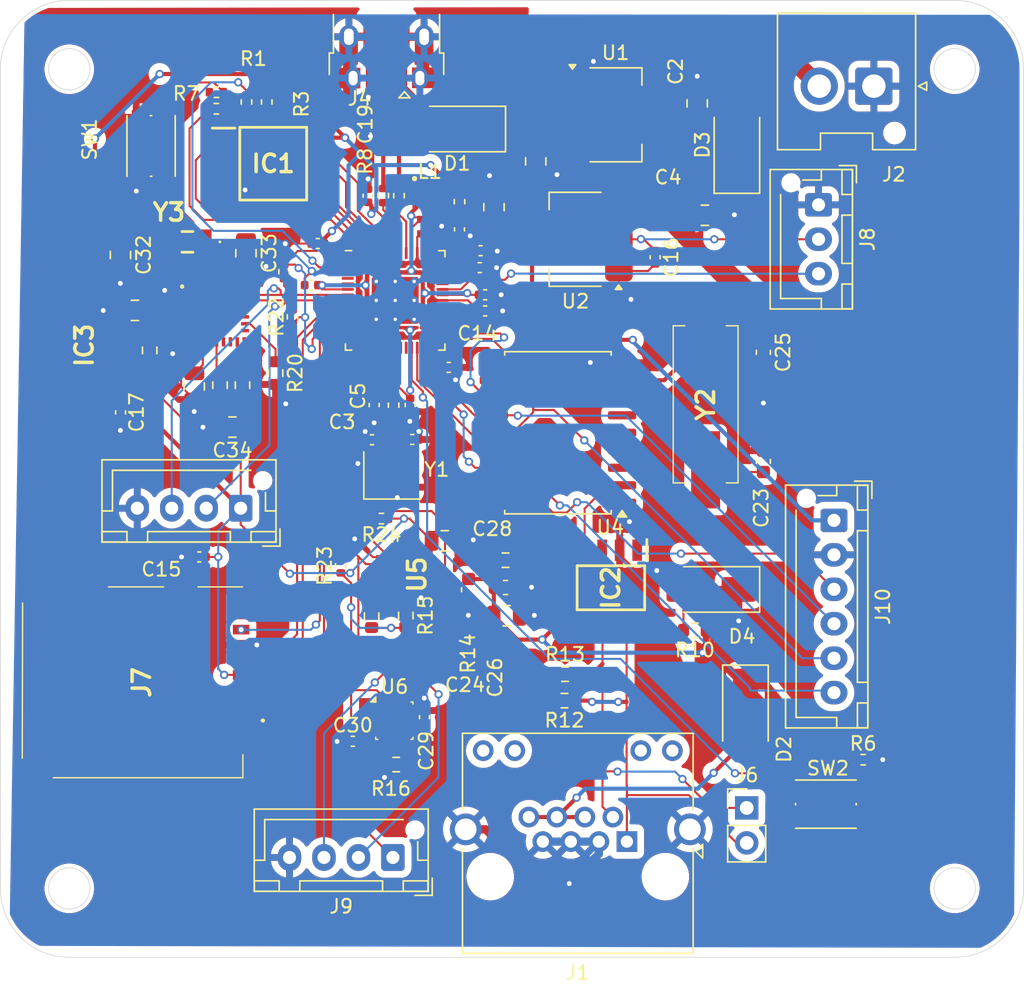
<source format=kicad_pcb>
(kicad_pcb (version 20241229) (generator "pcbnew") (generator_version "9.0")
  (layers (0 "F.Cu" signal) (2 "B.Cu" signal) (13 "F.Paste" user) (15 "B.Paste" user) (5 "F.SilkS" user "F.Silkscreen") (7 "B.SilkS" user "B.Silkscreen") (1 "F.Mask" user) (3 "B.Mask" user) (25 "Edge.Cuts" user))
  (net 0 "")
  (net 1 "GND")
  (net 2 "Net-(J2-Pin_2)")
  (net 3 "/imput_5V")
  (net 4 "/rp2350a/XIN")
  (net 5 "+5V")
  (net 6 "+3V3")
  (net 7 "Net-(Y1-CRYSTAL_2)")
  (net 8 "+1V1")
  (net 9 "Net-(U3-VREG_AVDD)")
  (net 10 "Net-(U4-OSC2)")
  (net 11 "Net-(U4-OSC1)")
  (net 12 "Net-(IC3-CAP)")
  (net 13 "/bno085/XIN32")
  (net 14 "/bno085/XOUT32")
  (net 15 "Net-(D1-A)")
  (net 16 "/LAN_5V")
  (net 17 "Net-(D4-A)")
  (net 18 "/rp2350a/QSPI_SD2")
  (net 19 "/rp2350a/QSPI_SCLK")
  (net 20 "/rp2350a/QSPI_SD0")
  (net 21 "/rp2350a/QSPI_SD3")
  (net 22 "/rp2350a/QSPI_SD1")
  (net 23 "Net-(IC1-~{CS})")
  (net 24 "/CAN/TXCAN")
  (net 26 "/CAN_H")
  (net 27 "/CAN_L")
  (net 28 "/CAN/RXCAN")
  (net 32 "Net-(IC3-SA0{slash}H_MOSI_)")
  (net 33 "/I2C0_SDA")
  (net 37 "Net-(IC3-H_INTN)")
  (net 40 "/I2C0_SCL")
  (net 42 "Net-(IC3-NRST)")
  (net 43 "Net-(IC3-BOOTN)")
  (net 48 "/rp2350a/USB_D+")
  (net 49 "/rp2350a/USB_D-")
  (net 56 "/SD_MISO")
  (net 57 "/SD_MOSI")
  (net 60 "/SD_SCK")
  (net 61 "/SD_CS")
  (net 63 "/rp2350a/ADC0")
  (net 64 "/I2C1_SDA")
  (net 65 "/I2C1_SCL")
  (net 66 "/CAN_MOSI")
  (net 67 "/CAN_MISO")
  (net 68 "/CAN_SCK")
  (net 69 "/CAN_CS")
  (net 70 "Net-(U3-VREG_LX)")
  (net 71 "/rp2350a/QSPI_SS")
  (net 72 "/rp2350a/GPIO0")
  (net 73 "/rp2350a/XOUT")
  (net 74 "Net-(R6-Pad1)")
  (net 75 "/rp2350a/~{USB_BOOT}")
  (net 76 "Net-(U3-USB_DP)")
  (net 77 "Net-(U3-USB_DM)")
  (net 78 "Net-(U4-~{RESET})")
  (net 79 "Net-(R12-Pad2)")
  (net 80 "Net-(U5-SDO)")
  (net 81 "Net-(U5-CSB)")
  (net 82 "Net-(U6-SDO)")
  (net 83 "Net-(U3-RUN)")
  (net 91 "/CAN_INT")
  (footprint "Diode_SMD:D_SMA" (layer "F.Cu") (at 135.8525 77.395 90)
    (property "Reference" "D3")
    (property "Value" "D")
  )
  (footprint "Resistor_SMD:R_0402_1005Metric" (layer "F.Cu") (at 103.0125 86.5875 -90)
    (property "Reference" "R21" (hide yes))
    (property "Value" "2.2k")
  )
  (footprint "RP2350_60QFN_minimal:RP2350-QFN-60-1EP_7x7_P0.4mm_EP3.4x3.4mm_ThermalVias" (layer "F.Cu") (at 111.0675 88.6725)
    (property "Reference" "U3" (hide yes))
    (property "Value" "RP2350_60QFN")
  )
  (footprint "footprint:NX3215SA32768KSTDMUA8" (layer "F.Cu") (at 96.0025 84.4275 180)
    (property "Reference" "Y3")
    (property "Value" "NX3215SA-32.768K-STD-MUA-8" (hide yes))
  )
  (footprint "Package_TO_SOT_SMD:SOT-223-3_TabPin2" (layer "F.Cu") (at 124.1425 84.24 180)
    (property "Reference" "U2")
    (property "Value" "NCP1117-3.3_SOT223")
  )
  (footprint "Resistor_SMD:R_0402_1005Metric" (layer "F.Cu") (at 110.0725 104.5075 180)
    (property "Reference" "R24")
    (property "Value" "4.7k")
  )
  (footprint "Capacitor_SMD:C_0402_1005Metric" (layer "F.Cu") (at 112.3025 98.7675)
    (property "Reference" "C7" (hide yes))
    (property "Value" "15p" (hide yes))
  )
  (footprint "Package_TO_SOT_SMD:SOT-223-3_TabPin2" (layer "F.Cu") (at 127.0525 75.2075)
    (property "Reference" "U1")
    (property "Value" "NCP1117-5.0_SOT223")
  )
  (footprint "footprint:SOIC127P600X175-8N" (layer "F.Cu") (at 126.7125 109.5275 -90)
    (property "Reference" "IC2")
    (property "Value" "TJA1050T" (hide yes))
  )
  (footprint "Capacitor_SMD:C_0402_1005Metric" (layer "F.Cu") (at 117.5925 89.4375)
    (property "Reference" "C22" (hide yes))
    (property "Value" "100n" (hide yes))
  )
  (footprint "Capacitor_SMD:C_0402_1005Metric" (layer "F.Cu") (at 91.15 96.8 -90)
    (property "Reference" "C17")
    (property "Value" "100n")
  )
  (footprint "RP2350_60QFN_minimal:L_pol_2016" (layer "F.Cu") (at 113.3725 81.135711)
    (property "Reference" "L1")
    (property "Value" "3.3u" (hide yes))
  )
  (footprint "Diode_SMD:D_SMA" (layer "F.Cu") (at 136.4725 118.6475 -90)
    (property "Reference" "D2")
    (property "Value" "D")
  )
  (footprint "Connector_RJ:RJ45_Amphenol_RJHSE538X" (layer "F.Cu") (at 127.8725 127.9475 180)
    (property "Reference" "J1")
    (property "Value" "RJ45_Shielded" (hide yes))
  )
  (footprint "Connector_JST:JST_XH_B6B-XH-AM_1x06_P2.50mm_Vertical" (layer "F.Cu") (at 142.8925 104.6375 -90)
    (property "Reference" "J10")
    (property "Value" "Conn_01x06")
  )
  (footprint "Resistor_SMD:R_0402_1005Metric" (layer "F.Cu") (at 98.0925 74.7675 180)
    (property "Reference" "R1")
    (property "Value" "0")
  )
  (footprint "Resistor_SMD:R_0402_1005Metric" (layer "F.Cu") (at 103.6225 89.8675 90)
    (property "Reference" "R22")
    (property "Value" "2.2k")
  )
  (footprint "Resistor_SMD:R_0603_1608Metric" (layer "F.Cu") (at 111.8375 111.5475 -90)
    (property "Reference" "R15")
    (property "Value" "10k")
  )
  (footprint "Connector_PinHeader_2.54mm:PinHeader_1x02_P2.54mm_Vertical" (layer "F.Cu") (at 136.5625 125.5025)
    (property "Reference" "J6")
    (property "Value" "Conn_01x02")
  )
  (footprint "Resistor_SMD:R_0603_1608Metric" (layer "F.Cu") (at 99.9925 94.8275 90)
    (property "Reference" "R17" (hide yes))
    (property "Value" "10k")
  )
  (footprint "Capacitor_SMD:C_0402_1005Metric" (layer "F.Cu") (at 109.1025 81.0775 90)
    (property "Reference" "C19")
    (property "Value" "100n" (hide yes))
  )
  (footprint "Capacitor_SMD:C_0402_1005Metric" (layer "F.Cu") (at 117.2625 85.0675)
    (property "Reference" "C20" (hide yes))
    (property "Value" "100n" (hide yes))
  )
  (footprint "Resistor_SMD:R_0402_1005Metric" (layer "F.Cu") (at 110.9525 96.2775 -90)
    (property "Reference" "R4" (hide yes))
    (property "Value" "1k")
  )
  (footprint "Capacitor_SMD:C_0805_2012Metric" (layer "F.Cu") (at 92.1925 89.3975 180)
    (property "Reference" "C35" (hide yes))
    (property "Value" "0.1u")
  )
  (footprint "Capacitor_SMD:C_0805_2012Metric" (layer "F.Cu") (at 121.2625 78.5875 -90)
    (property "Reference" "C1" (hide yes))
    (property "Value" "10u")
  )
  (footprint "Capacitor_SMD:C_0402_1005Metric" (layer "F.Cu") (at 129.92 85.54 -90)
    (property "Reference" "C16")
    (property "Value" "100n")
  )
  (footprint "Resistor_SMD:R_0402_1005Metric" (layer "F.Cu") (at 98.1025 73.5675)
    (property "Reference" "R7")
    (property "Value" "1k")
  )
  (footprint "Capacitor_SMD:C_0805_2012Metric" (layer "F.Cu") (at 118.2325 81.9075 90)
    (property "Reference" "C6" (hide yes))
    (property "Value" "10u")
  )
  (footprint "Connector_JST:JST_XH_B4B-XH-AM_1x04_P2.50mm_Vertical" (layer "F.Cu") (at 110.9025 129.0975 180)
    (property "Reference" "J9")
    (property "Value" "Conn_01x04")
  )
  (footprint "Resistor_SMD:R_0603_1608Metric" (layer "F.Cu") (at 123.3875 115.7975)
    (property "Reference" "R13")
    (property "Value" "120")
  )
  (footprint "Capacitor_SMD:C_0402_1005Metric" (layer "F.Cu") (at 117.5925 88.2675)
    (property "Reference" "C10" (hide yes))
    (property "Value" "100n" (hide yes))
  )
  (footprint "footprint:BMP581" (layer "F.Cu") (at 110.6225 107.8075 -90)
    (property "Reference" "U5")
    (property "Value" "BMP581" (hide yes))
  )
  (footprint "Diode_SMD:D_SMA" (layer "F.Cu") (at 133.9925 109.6475 180)
    (property "Reference" "D4")
    (property "Value" "D")
  )
  (footprint "Connector_JST:JST_XH_B3B-XH-AM_1x03_P2.50mm_Vertical" (layer "F.Cu") (at 141.7725 81.7375 -90)
    (property "Reference" "J8")
    (property "Value" "Conn_01x03")
  )
  (footprint "Package_LGA:Bosch_LGA-8_2.5x2.5mm_P0.65mm_ClockwisePinNumbering" (layer "F.Cu") (at 111.0075 119.1675)
    (property "Reference" "U6")
    (property "Value" "BME280")
  )
  (footprint "Crystal:Crystal_SMD_3225-4Pin_3.2x2.5mm" (layer "F.Cu") (at 110.8525 101.3775)
    (property "Reference" "Y1")
    (property "Value" "ABM8-272-T3")
  )
  (footprint "footprint:SOIC127P790X216-8N" (layer "F.Cu") (at 102.2225 78.7525)
    (property "Reference" "IC1")
    (property "Value" "W25Q128JVSIQTR" (hide yes))
  )
  (footprint "Resistor_SMD:R_0402_1005Metric" (layer "F.Cu") (at 101.7525 74.2775 90)
    (property "Reference" "R3")
    (property "Value" "DNF")
  )
  (footprint "Capacitor_SMD:C_0402_1005Metric" (layer "F.Cu") (at 96.86 107.29 180)
    (property "Reference" "C15")
    (property "Value" "100n")
  )
  (footprint "Resistor_SMD:R_0603_1608Metric" (layer "F.Cu") (at 123.3475 117.7175 180)
    (property "Reference" "R12")
    (property "Value" "DNF")
  )
  (footprint "Capacitor_SMD:C_0603_1608Metric" (layer "F.Cu") (at 119.0725 109.5075 180)
    (property "Reference" "C27" (hide yes))
    (property "Value" "100n")
  )
  (footprint "footprint:ABLS8000MHz12B4YT" (layer "F.Cu") (at 133.5825 96.2175 90)
    (property "Reference" "Y2")
    (property "Value" "ABLS-8.000MHZ-12-B-4-Y-T" (hide yes))
  )
  (footprint "Package_SO:SOIC-18W_7.5x11.6mm_P1.27mm" (layer "F.Cu") (at 122.8725 98.28 180)
    (property "Reference" "U4")
    (property "Value" "MCP2515-xSO")
  )
  (footprint "Resistor_SMD:R_0402_1005Metric" (layer "F.Cu") (at 107.1225 107.9375 90)
    (property "Reference" "R23")
    (property "Value" "4.7k")
  )
  (footprint "Capacitor_SMD:C_0402_1005Metric" (layer "F.Cu") (at 105.4525 84.5475 180)
    (property "Reference" "C18" (hide yes))
    (property "Value" "100n")
  )
  (footprint "Resistor_SMD:R_0402_1005Metric" (layer "F.Cu") (at 100.2825 74.2775 -90)
    (property "Reference" "R2" (hide yes))
    (property "Value" "DNF" (hide yes))
  )
  (footprint "Capacitor_SMD:C_0805_2012Metric" (layer "F.Cu") (at 119.1525 111.5575)
    (property "Reference" "C24")
    (property "Value" "10μF")
  )
  (footprint "Capacitor_SMD:C_0402_1005Metric" (layer "F.Cu") (at 104.9825 87.5675 180)
    (property "Reference" "C13" (hide yes))
    (property "Value" "100n" (hide yes))
  )
  (footprint "Capacitor_SMD:C_0402_1005Metric" (layer "F.Cu") (at 107.9925 120.6675)
    (property "Reference" "C30")
    (property "Value" "0.1u")
  )
  (footprint "footprint:DM3ATSFPEJM540" (layer "F.Cu") (at 99.295 119.1625 -90)
    (property "Reference" "J7")
    (property "Value" "DM3AT-SF-PEJM5_40_" (hide yes))
  )
  (footprint "Connector_JST:JST_XH_B4B-XH-AM_1x04_P2.50mm_Vertical" (layer "F.Cu") (at 99.8625 103.7525 180)
    (property "Reference" "J3" (hide yes))
    (property "Value" "Conn_01x04")
  )
  (footprint "Capacitor_SMD:C_0805_2012Metric" (layer "F.Cu") (at 96.4925 94.9175 -90)
    (property "Reference" "C31" (hide yes))
    (property "Value" "0.1u")
  )
  (footprint "Capacitor_SMD:C_0603_1608Metric" (layer "F.Cu") (at 137.7725 92.4425 -90)
    (property "Reference" "C25")
    (property "Value" "22p")
  )
  (footprint "Capacitor_SMD:C_0805_2012Metric" (layer "F.Cu") (at 99.2625 97.8675 180)
    (property "Reference" "C34")
    (property "Value" "0.1u")
  )
  (footprint "Capacitor_SMD:C_0805_2012Metric" (layer "F.Cu") (at 132.9725 74.3775 90)
    (property "Reference" "C2")
    (property "Value" "10u")
  )
  (footprint "Resistor_SMD:R_0603_1608Metric" (layer "F.Cu") (at 111.1375 122.3575)
    (property "Reference" "R16")
    (property "Value" "0")
  )
  (footprint "Button_Switch_SMD:SW_Push_1P1T_NO_Vertical_Wuerth_434133025816" (layer "F.Cu") (at 142.3025 125.2275)
    (property "Reference" "SW2")
    (property "Value" "SW_Push")
  )
  (footprint "Resistor_SMD:R_0603_1608Metric" (layer "F.Cu") (at 102.3925 93.9475 -90)
    (property "Reference" "R20")
    (property "Value" "10k")
  )
  (footprint "Capacitor_SMD:C_0402_1005Metric" (layer "F.Cu") (at 117.2025 86.2975)
    (property "Reference" "C21" (hide yes))
    (property "Value" "100n")
  )
  (footprint "Resistor_SMD:R_0603_1608Metric" (layer "F.Cu") (at 119.0725 107.5275 180)
    (property "Reference" "R11" (hide yes))
    (property "Value" "10k")
  )
  (footprint "Capacitor_SMD:C_0603_1608Metric" (layer "F.Cu") (at 137.7725 100.3525 90)
    (property "Reference" "C23")
    (property "Value" "22p")
  )
  (footprint "Connector_USB:USB_Micro-B_Amphenol_10103594-0001LF_Horizontal" (layer "F.Cu") (at 110.4125 70.6575 180)
    (property "Reference" "J4")
    (property "Value" "USB_B_Micro")
  )
  (footprint "Capacitor_SMD:C_0402_1005Metric" (layer "F.Cu") (at 112.1525 96.2675 -90)
    (property "Reference" "C12" (hide yes))
    (property "Value" "4,7u" (hide yes))
  )
  (footprint "footprint:BNO085" (layer "F.Cu") (at 97.8625 90.1175 90)
    (property "Reference" "IC3")
    (property "Value" "BNO085" (hide yes))
  )
  (footprint "Diode_SMD:D_SMA" (layer "F.Cu") (at 115.5625 76.2375 180)
    (property "Reference" "D1")
    (property "Value" "D")
  )
  (footprint "Button_Switch_SMD:SW_Push_1P1T_NO_Vertical_Wuerth_434133025816" (layer "F.Cu") (at 93.3625 77.4675 90)
    (property "Reference" "SW1")
    (property "Value" "SW_Push")
  )
  (footprint "Resistor_SMD:R_0603_1608Metric" (layer "F.Cu") (at 132.8025 112.6175 180)
    (property "Reference" "R10")
    (property "Value" "1K")
  )
  (footprint "Capacitor_SMD:C_0805_2012Metric" (layer "F.Cu") (at 114.6625 106.1175 180)
    (property "Reference" "C28")
    (property "Value" "0.1u")
  )
  (footprint "Resistor_SMD:R_0603_1608Metric" (layer "F.Cu") (at 109.3575 111.5875 -90)
    (property "Reference" "R14")
    (property "Value" "10k")
  )
  (footprint "Capacitor_SMD:C_0805_2012Metric" (layer "F.Cu") (at 91.1425 85.3775 -90)
    (property "Reference" "C32")
    (property "Value" "15p")
  )
  (footprint "Resistor_SMD:R_0402_1005Metric" (layer "F.Cu") (at 111.3425 81.0775 -90)
    (property "Reference" "R9" (hide yes))
    (property "Value" "27" (hide yes))
  )
  (footprint "RP2350_60QFN_minimal:C_0402_1005Metric_small_pads" (layer "F.Cu") (at 113.4025 83.8475)
    (property "Reference" "C8" (hide yes))
    (property "Value" "4.7u" (hide yes))
  )
  (footprint "Capacitor_SMD:C_0402_1005Metric" (layer "F.Cu") (at 113.1925 118.9175 90)
    (property "Reference" "C29")
    (property "Value" "0.1u")
  )
  (footprint "Capacitor_SMD:C_0402_1005Metric" (layer "F.Cu") (at 109.3825 98.7875 180)
    (property "Reference" "C3")
    (property "Value" "15p")
  )
  (footprint "Resistor_SMD:R_0402_1005Metric" (layer "F.Cu") (at 110.2025 81.0675 -90)
    (property "Reference" "R8")
    (property "Value" "27")
  )
  (footprint "Capacitor_SMD:C_0402_1005Metric" (layer "F.Cu") (at 115.7325 83.5175 -90)
    (property "Reference" "C11" (hide yes))
    (property "Value" "4.7u" (hide yes))
  )
  (footprint "Resistor_SMD:R_0402_1005Metric" (layer "F.Cu") (at 115.7325 81.5075 90)
    (property "Reference" "R5" (hide yes))
    (property "Value" "33" (hide yes))
  )
  (footprint "Resistor_SMD:R_0402_1005Metric" (layer "F.Cu") (at 145.0075 122.0025)
    (property "Reference" "R6")
    (property "Value" "1k")
  )
  (footprint "Capacitor_SMD:C_0603_1608Metric" (layer "F.Cu") (at 116.3925 109.6675 -90)
    (property "Reference" "C26")
    (property "Value" "100n")
  )
  (footprint "Capacitor_SMD:C_0805_2012Metric" (layer "F.Cu") (at 100.2425 85.2475 -90)
    (property "Reference" "C33")
    (property "Value" "15p")
  )
  (footprint "RP2350_60QFN_minimal:C_0402_1005Metric_small_pads" (layer "F.Cu") (at 113.4025 82.7975)
    (property "Reference" "C9" (hide yes))
    (property "Value" "4,7u" (hide yes))
  )
  (footprint "Capacitor_SMD:C_0402_1005Metric" (layer "F.Cu") (at 114.9525 93.5375)
    (property "Reference" "C14")
    (property "Value" "100n")
  )
  (footprint "Resistor_SMD:R_0603_1608Metric" (layer "F.Cu") (at 93.2625 92.3025 90)
    (property "Reference" "R19" (hide yes))
    (property "Value" "10k")
  )
  (footprint "Capacitor_SMD:C_0402_1005Metric" (layer "F.Cu") (at 109.5425 96.2675 90)
    (property "Reference" "C5")
    (property "Value" "100n")
  )
  (footprint "Connector_JST:JST_VH_B2P-VH-FB-B_1x02_P3.96mm_Vertical" (layer "F.Cu") (at 145.785 73.1275 180)
    (property "Reference" "J2")
    (property "Value" "電源入力")
  )
  (footprint "Capacitor_SMD:C_0805_2012Metric" (layer "F.Cu") (at 133.5325 82.4975)
    (property "Reference" "C4")
    (property "Value" "10u")
  )
  (footprint "Resistor_SMD:R_0603_1608Metric" (layer "F.Cu") (at 98.3625 94.8275 90)
    (property "Reference" "R18" (hide yes))
    (property "Value" "10k")
  )
  (gr_arc (start 151.65 66.9) (mid 155.185534 68.364466) (end 156.65 71.9) (stroke (width 0.05)) (layer "Edge.Cuts"))
  (gr_line (start 82.43 71.9) (end 82.43 131.34) (stroke (width 0.05)) (layer "Edge.Cuts"))
  (gr_circle (center 87.43 71.9) (end 88.93 71.9) (stroke (width 0.05)) (fill no) (layer "Edge.Cuts"))
  (gr_line (start 156.65 131.34) (end 156.65 71.9) (stroke (width 0.05)) (layer "Edge.Cuts"))
  (gr_circle (center 151.65 131.34) (end 153.15 131.34) (stroke (width 0.05)) (fill no) (layer "Edge.Cuts"))
  (gr_arc (start 156.65 131.34) (mid 155.185534 134.875534) (end 151.65 136.34) (stroke (width 0.05)) (layer "Edge.Cuts"))
  (gr_circle (center 87.43 131.34) (end 88.93 131.34) (stroke (width 0.05)) (fill no) (layer "Edge.Cuts"))
  (gr_circle (center 151.65 71.9) (end 153.15 71.9) (stroke (width 0.05)) (fill no) (layer "Edge.Cuts"))
  (gr_line (start 151.65 66.9) (end 87.43 66.9) (stroke (width 0.05)) (layer "Edge.Cuts"))
  (gr_arc (start 87.43 136.34) (mid 83.894466 134.875534) (end 82.43 131.34) (stroke (width 0.05)) (layer "Edge.Cuts"))
  (gr_line (start 87.43 136.34) (end 151.65 136.34) (stroke (width 0.05)) (layer "Edge.Cuts"))
  (gr_arc (start 82.43 71.9) (mid 83.894466 68.364466) (end 87.43 66.9) (stroke (width 0.05)) (layer "Edge.Cuts"))
  (segment (start 95.5415 94.9165) (end 96.4925 95.8675) (width 0.15) (layer "F.Cu") (net 1))
  (segment (start 95.6125 91.6805) (end 95.5415 91.7515) (width 0.15) (layer "F.Cu") (net 1))
  (segment (start 110.3125 123.2675) (end 110.2925 123.2875) (width 0.15) (layer "F.Cu") (net 1))
  (segment (start 125.8405 92.5595) (end 125.22 93.18) (width 0.15) (layer "F.Cu") (net 1))
  (segment (start 95.5495 90.8675) (end 95.5495 91.6175) (width 0.15) (layer "F.Cu") (net 1))
  (segment (start 120.2 129.64) (end 120.2 129.63) (width 0.6) (layer "F.Cu") (net 1))
  (segment (start 120.1025 111.5575) (end 121.1325 111.5575) (width 0.15) (layer "F.Cu") (net 1))
  (segment (start 109.1375 73.9125) (end 109.12 73.93) (width 0.15) (layer "F.Cu") (net 1))
  (segment (start 104.5025 87.057773) (end 105.019321 86.540952) (width 0.15) (layer "F.Cu") (net 1))
  (segment (start 109.7525 100.5275) (end 108.3775 100.5275) (width 0.6) (layer "F.Cu") (net 1))
  (segment (start 118.0725 88.2675) (end 118.7525 88.2675) (width 0.15) (layer "F.Cu") (net 1))
  (segment (start 121.2625 79.5375) (end 122.7925 79.5375) (width 0.3) (layer "F.Cu") (net 1))
  (segment (start 98.6225 80.6575) (end 100.1825 80.6575) (width 0.15) (layer "F.Cu") (net 1))
  (segment (start 113.9175 83.8475) (end 113.9225 83.8525) (width 0.15) (layer "F.Cu") (net 1))
  (segment (start 127.3475 105.4425) (end 128.06 104.73) (width 0.15) (layer "F.Cu") (net 1))
  (segment (start 95.5495 91.6175) (end 95.6125 91.6805) (width 0.15) (layer "F.Cu") (net 1))
  (segment (start 100.2425 86.1975) (end 101.6925 86.1975) (width 0.15) (layer "F.Cu") (net 1))
  (segment (start 120.2 129.63) (end 117.6275 127.0575) (width 0.6) (layer "F.Cu") (net 1))
  (segment (start 110.6825 121.9875) (end 110.3125 122.3575) (width 0.15) (layer "F.Cu") (net 1))
  (segment (start 109.1025 80.5975) (end 109.1025 79.8575) (width 0.15) (layer "F.Cu") (net 1))
  (segment (start 113.9175 83.8475) (end 113.9175 83.81) (width 0.15) (layer "F.Cu") (net 1))
  (segment (start 92.2875 80.7375) (end 92.29 80.74) (width 0.15) (layer "F.Cu") (net 1))
  (segment (start 91.1425 86.3275) (end 91.1425 87.4275) (width 0.15) (layer "F.Cu") (net 1))
  (segment (start 134.4825 82.4975) (end 135.6325 82.4975) (width 0.15) (layer "F.Cu") (net 1))
  (segment (start 99.482 86.1975) (end 100.2425 86.1975) (width 0.15) (layer "F.Cu") (net 1))
  (segment (start 112.7825 98.7675) (end 112.7825 98.1775) (width 0.15) (layer "F.Cu") (net 1))
  (segment (start 110.0325 118.1425) (end 110.0325 118.6975) (width 0.15) (layer "F.Cu") (net 1))
  (segment (start 92.2875 75.3925) (end 92.2875 79.5425) (width 0.15) (layer "F.Cu") (net 1))
  (segment (start 109.2075 69.5425) (end 109.4775 69.2725) (width 0.6) (layer "F.Cu") (net 1))
  (segment (start 135.9925 109.6475) (end 135.9925 111.9175) (width 0.15) (layer "F.Cu") (net 1))
  (segment (start 95.5415 92.53) (end 95.5415 94.9165) (width 0.15) (layer "F.Cu") (net 1))
  (segment (start 113.945 82.7975) (end 114.4375 83.29) (width 0.15) (layer "F.Cu") (net 1))
  (segment (start 115.4325 94.4275) (end 115.4425 94.4375) (width 0.15) (layer "F.Cu") (net 1))
  (segment (start 117.6275 127.0575) (end 116.1825 127.0575) (width 0.6) (layer "F.Cu") (net 1))
  (segment (start 96.4925 96.7375) (end 96.4925 95.8675) (width 0.15) (layer "F.Cu") (net 1))
  (segment (start 109.4775 69.2725) (end 111.3975 69.2725) (width 0.6) (layer "F.Cu") (net 1))
  (segment (start 119.8475 109.5075) (end 120.9425 109.5075) (width 0.15) (layer "F.Cu") (net 1))
  (segment (start 113.9225 84.3075) (end 113.4675 84.7625) (width 0.15) (layer "F.Cu") (net 1))
  (segment (start 112.1525 97.4275) (end 112.1325 97.4475) (width 0.15) (layer "F.Cu") (net 1))
  (segment (start 135.6325 82.4975) (end 135.67 82.46) (width 0.15) (layer "F.Cu") (net 1))
  (segment (start 127.2925 86.54) (end 127.2925 87.7225) (width 0.15) (layer "F.Cu") (net 1))
  (segment (start 115.7325 83.9975) (end 116.5025 83.9975) (width 0.15) (layer "F.Cu") (net 1))
  (segment (start 128.6175 112.2525) (end 128.6175 108.2825) (width 0.15) (layer "F.Cu") (net 1))
  (segment (start 97.6125 88.5545) (end 97.6125 88.067) (width 0.15) (layer "F.Cu") (net 1))
  (segment (start 111.2475 108.5575) (end 112.94 110.25) (width 0.15) (layer "F.Cu") (net 1))
  (segment (start 109.1025 79.8575) (end 109.27 79.69) (width 0.15) (layer "F.Cu") (net 1))
  (segment (start 108.3775 100.5275) (end 108.36 100.51) (width 0.6) (layer "F.Cu") (net 1))
  (segment (start 111.9525 102.2275) (end 111.9525 102.2475) (width 0.6) (layer "F.Cu") (net 1))
  (segment (start 111.9525 102.2475) (end 111.22 102.98) (width 0.6) (layer "F.Cu") (net 1))
  (segment (start 127.5225 93.2) (end 126.882 92.5595) (width 0.15) (layer "F.Cu") (net 1))
  (segment (start 111.6675 69.5425) (end 111.3975 69.2725) (width 0.6) (layer "F.Cu") (net 1))
  (segment (start 113.9225 83.8525) (end 113.9225 84.3075) (width 0.15) (layer "F.Cu") (net 1))
  (segment (start 91.15 98.095) (end 91.1375 98.1075) (width 0.15) (layer "F.Cu") (net 1))
  (segment (start 94.94 92.53) (end 94.93 92.54) (width 0.15) (layer "F.Cu") (net 1))
  (segment (start 122.7925 79.5375) (end 122.8025 79.5475) (width 0.15) (layer "F.Cu") (net 1))
  (segment (start 97.1325 97.8675) (end 97.1225 97.8775) (width 0.15) (layer "F.Cu") (net 1))
  (segment (start 109.8475 107.3075) (end 109.4575 107.3075) (width 0.15) (layer "F.Cu") (net 1))
  (segment (start 137.7725 99.5775) (end 137.7725 93.2175) (width 0.15) (layer "F.Cu") (net 1))
  (segment (start 102.3925 95.4425) (end 103.13 96.18) (width 0.15) (layer "F.Cu") (net 1))
  (segment (start 118.4425 85.0675) (end 118.4725 85.0975) (width 0.15) (layer "F.Cu") (net 1))
  (segment (start 103.091268 84.558732) (end 103.1025 84.5475) (width 0.15) (layer "F.Cu") (net 1))
  (segment (start 109.5425 96.7475) (end 109.5425 97.5575) (width 0.15) (layer "F.Cu") (net 1))
  (segment (start 91.2425 89.3975) (end 89.9025 89.3975) (width 0.15) (layer "F.Cu") (net 1))
  (segment (start 109.27 79.69) (end 109.27 76.76) (width 0.15) (layer "F.Cu") (net 1))
  (segment (start 104.5025 87.5675) (end 104.5025 87.057773) (width 0.15) (layer "F.Cu") (net 1))
  (segment (start 123.69 130.99) (end 123.6 131.08) (width 0.6) (layer "F.Cu") (net 1))
  (segment (start 101.6925 86.1975) (end 101.7025 86.2075) (width 0.15) (layer "F.Cu") (net 1))
  (segment (start 121.1325 111.5575) (end 121.16 111.53) (width 0.15) (layer "F.Cu") (net 1))
  (segment (start 111.2475 108.5575) (end 111.2475 108.4575) (width 0.15) (layer "F.Cu") (net 1))
  (segment (start 113.9175 82.7975) (end 113.945 82.7975) (width 0.15) (layer "F.Cu") (net 1))
  (segment (start 113.9175 83.81) (end 114.4375 83.29) (width 0.15) (layer "F.Cu") (net 1))
  (segment (start 120.9425 109.5075) (end 120.96 109.49) (width 0.15) (layer "F.Cu") (net 1))
  (segment (start 92.2875 79.5425) (end 92.2875 80.7375) (width 0.15) (layer "F.Cu") (net 1))
  (segment (start 110.6825 119.3475) (end 110.6825 120.1925) (width 0.15) (layer "F.Cu") (net 1))
  (segment (start 115.4325 93.5375) (end 115.4325 94.4275) (width 0.15) (layer "F.Cu") (net 1))
  (segment (start 99.895 113.6625) (end 101.0175 113.6625) (width 0.15) (layer "F.Cu") (net 1))
  (segment (start 95.5415 92.53) (end 94.94 92.53) (width 0.15) (layer "F.Cu") (net 1))
  (segment (start 121.64 131.08) (end 120.2 129.64) (width 0.6) (layer "F.Cu") (net 1))
  (segment (start 127.3475 106.8025) (end 127.3475 105.4425) (width 0.15) (layer "F.Cu") (net 1))
  (segment (start 128.5155 108.2775) (end 128.6225 108.2775) (width 0.15) (layer "F.Cu") (net 1))
  (segment (start 113.1675 69.5425) (end 111.6675 69.5425) (width 0.6) (layer "F.Cu") (net 1))
  (segment (start 127.2925 86.54) (end 129.4 86.54) (width 0.15) (layer "F.Cu") (net 1))
  (segment (start 117.91 79.62) (end 117.965 79.62) (width 0.3) (layer "F.Cu") (net 1))
  (segment (start 103.1025 84.5475) (end 104.9725 84.5475) (width 0.15) (layer "F.Cu") (net 1))
  (segment (start 127.3475 107.1095) (end 128.5155 108.2775) (width 0.15) (layer "F.Cu") (net 1))
  (segment (start 116.6625 106.1175) (end 116.73 106.05) (width 0.15) (layer "F.Cu") (net 1))
  (segment (start 113.1825 117.5475) (end 113.1725 117.5375) (width 0.15) (layer "F.Cu") (net 1))
  (segment (start 118.0725 88.2675) (end 118.0725 89.4375) (width 0.4) (layer "F.Cu") (net 1))
  (segment (start 135.9925 111.9175) (end 135.9825 111.9275) (width 0.15) (layer "F.Cu") (net 1))
  (segment (start 132.9725 73.4275) (end 132.9725 72.4075) (width 0.6) (layer "F.Cu") (net 1))
  (segment (start 129.4 86.54) (end 129.92 86.02) (width 0.15) (layer "F.Cu") (net 1))
  (segment (start 113.1825 118.3375) (end 113.1825 117.5475) (width 0.15) (layer "F.Cu") (net 1))
  (segment (start 145.5175 122.0025) (end 146.4275 122.0025) (width 0.15) (layer "F.Cu") (net 1))
  (segment (start 116.3925 110.4425) (end 116.3925 111.5075) (width 0.6) (layer "F.Cu") (net 1))
  (segment (start 117.7425 85.0675) (end 118.4425 85.0675) (width 0.15) (layer "F.Cu") (net 1))
  (segment (start 96.38 107.29) (end 95.57 107.29) (width 0.15) (layer "F.Cu") (net 1))
  (segment (start 118.0725 89.4375) (end 118.8625 89.4375) (width 0.15) (layer "F.Cu") (net 1))
  (segment (start 113.4675 84.7625) (end 113.4675 85.235) (width 0.15) (layer "F.Cu") (net 1))
  (segment (start 112.1525 96.7475) (end 112.1525 97.4275) (width 0.15) (layer "F.Cu") (net 1))
  (segment (start 98.3125 97.8675) (end 97.1325 97.8675) (width 0.15) (layer "F.Cu") (net 1))
  (segment (start 127.2925 87.7225) (end 128.17 88.6) (width 0.15) (layer "F.Cu") (net 1))
  (segment (start 117.965 79.62) (end 118.2325 79.8875) (width 0.3) (layer "F.Cu") (net 1))
  (segment (start 113.9175 82.7975) (end 113.9175 83.8475) (width 0.15) (layer "F.Cu") (net 1))
  (segment (start 108.9025 98.1975) (end 108.8925 98.1875) (width 0.15) (layer "F.Cu") (net 1))
  (segment (start 97.6125 88.067) (end 99.482 86.1975) (width 0.15) (layer "F.Cu") (net 1))
  (segment (start 107.4425 120.6775) (end 106.8525 120.6775) (width 0.15) (layer "F.Cu") (net 1))
  (segment (start 123.6 131.08) (end 121.64 131.08) (width 0.6) (layer "F.Cu") (net 1))
  (segment (start 102.3925 94.7725) (end 102.3925 95.4425) (width 0.15) (layer "F.Cu") (net 1))
  (segment (start 109.4575 107.3075) (end 108.13 105.98) (width 0.15) (layer "F.Cu") (net 1))
  (segment (start 110.3125 122.3575) (end 110.3125 123.2675) (width 0.15) (layer "F.Cu") (net 1))
  (segment (start 91.15 97.28) (end 91.15 98.095) (width 0.15) (layer "F.Cu") (net 1))
  (segment (start 116.5025 83.9975) (end 116.51 83.99) (width 0.15) (layer "F.Cu") (net 1))
  (segment (start 115.6125 106.1175) (end 116.6625 106.1175) (width 0.15) (layer "F.Cu") (net 1))
  (segment (start 116.3925 111.5075) (end 116.3725 111.5275) (width 0.6) (layer "F.Cu") (net 1))
  (segment (start 118.2325 79.8875) (end 118.2325 80.9575) (width 0.3) (layer "F.Cu") (net 1))
  (segment (start 128.6225 108.2775) (end 130.0425 108.2775) (width 0.15) (layer "F.Cu") (net 1))
  (segment (start 126.882 92.5595) (end 125.8405 92.5595) (width 0.15) (layer "F.Cu") (net 1))
  (segment (start 127.3475 106.8025) (end 127.3475 107.1095) (width 0.15) (layer "F.Cu") (net 1))
  (segment (start 117.6825 86.2975) (end 118.4225 86.2975) (width 0.15) (layer "F.Cu") (net 1))
  (segment (start 91.1425 87.4275) (end 91.1325 87.4375) (width 0.15) (layer "F.Cu") (net 1))
  (segment (start 110.8725 108.5575) (end 111.2475 108.5575) (width 0.15) (layer "F.Cu") (net 1))
  (segment (start 128.6175 108.2825) (end 128.6225 108.2775) (width 0.15) (layer "F.Cu") (net 1))
  (segment (start 95.5495 89.3675) (end 94.3525 88.1705) (width 0.15) (layer "F.Cu") (net 1))
  (segment (start 110.6825 120.1925) (end 110.6825 121.9875) (width 0.15) (layer "F.Cu") (net 1))
  (segment (start 101.0175 113.6625) (end 101.0325 113.6775) (width 0.15) (layer "F.Cu") (net 1))
  (segment (start 109.1375 72.4225) (end 109.1375 73.9125) (width 0.15) (layer "F.Cu") (net 1))
  (segment (start 95.5415 91.7515) (end 95.5415 92.53) (width 0.15) (layer "F.Cu") (net 1))
  (segment (start 123.9025 72.9075) (end 123.9025 72.8675) (width 0.6) (layer "F.Cu") (net 1))
  (segment (start 111.3975 107.8075) (end 111.3975 108.3075) (width 0.15) (layer "F.Cu") (net 1))
  (segment (start 123.9025 72.8675) (end 125.4425 71.3275) (width 0.6) (layer "F.Cu") (net 1))
  (segment (start 110.0325 118.6975) (end 110.6825 119.3475) (width 0.15) (layer "F.Cu") (net 1))
  (segment (start 94.3525 88.1705) (end 94.3525 87.9475) (width 0.15) (layer "F.Cu") (net 1))
  (segment (start 107.7075 69.5425) (end 109.2075 69.5425) (width 0.6) (layer "F.Cu") (net 1))
  (segment (start 89.9025 89.3975) (end 89.8925 89.4075) (width 0.15) (layer "F.Cu") (net 1))
  (segment (start 111.2475 108.4575) (end 111.3975 108.3075) (width 0.15) (layer "F.Cu") (net 1))
  (segment (start 108.9025 98.7875) (end 108.9025 98.1975) (width 0.15) (layer "F.Cu") (net 1))
  (segment (start 146.4275 122.0025) (end 146.43 122) (width 0.15) (layer "F.Cu") (net 1))
  (via (at 125.22 93.18) (size 0.6) (drill 0.35) (layers "F.Cu" "B.Cu") (net 1))
  (via (at 103.13 96.18) (size 0.6) (drill 0.35) (layers "F.Cu" "B.Cu") (net 1))
  (via (at 109.27 76.76) (size 0.6) (drill 0.35) (layers "F.Cu" "B.Cu") (net 1))
  (via (at 135.67 82.46) (size 0.6) (drill 0.35) (layers "F.Cu" "B.Cu") (net 1))
  (via (at 128.17 88.6) (size 0.6) (drill 0.35) (layers "F.Cu" "B.Cu") (net 1))
  (via (at 137.7725 96.1225) (size 0.6) (drill 0.35) (layers "F.Cu" "B.Cu") (net 1))
  (via (at 146.43 122) (size 0.6) (drill 0.35) (layers "F.Cu" "B.Cu") (net 1))
  (via (at 112.94 110.25) (size 0.6) (drill 0.35) (layers "F.Cu" "B.Cu") (net 1))
  (via (at 95.57 107.29) (size 0.6) (drill 0.35) (layers "F.Cu" "B.Cu") (net 1))
  (via (at 97.1225 97.8775) (size 0.6) (drill 0.35) (layers "F.Cu" "B.Cu") (net 1))
  (via (at 118.8625 89.4375) (size 0.6) (drill 0.35) (layers "F.Cu" "B.Cu") (net 1))
  (via (at 112.1325 97.4475) (size 0.6) (drill 0.35) (layers "F.Cu" "B.Cu") (net 1))
  (via (at 92.29 80.74) (size 0.6) (drill 0.35) (layers "F.Cu" "B.Cu") (net 1))
  (via (at 135.9825 111.9275) (size 0.6) (drill 0.35) (layers "F.Cu" "B.Cu") (net 1))
  (via (at 106.8525 120.6775) (size 0.6) (drill 0.35) (layers "F.Cu" "B.Cu") (net 1))
  (via (at 94.93 92.54) (size 0.6) (drill 0.35) (layers "F.Cu" "B.Cu") (net 1))
  (via (at 111.22 102.98) (size 0.6) (drill 0.35) (layers "F.Cu" "B.Cu") (net 1))
  (via (at 109.1025 79.8575) (size 0.6) (drill 0.35) (layers "F.Cu" "B.Cu") (net 1))
  (via (at 110.2925 123.2875) (size 0.6) (drill 0.35) (layers "F.Cu" "B.Cu") (net 1))
  (via (at 112.7825 98.1775) (size 0.6) (drill 0.35) (layers "F.Cu" "B.Cu") (net 1))
  (via (at 113.1725 117.5375) (size 0.6) (drill 0.35) (layers "F.Cu" "B.Cu") (net 1))
  (via (at 100.1825 80.6575) (size 0.6) (drill 0.35) (layers "F.Cu" "B.Cu") (net 1))
  (via (at 96.4925 96.7375) (size 0.6) (drill 0.35) (layers "F.Cu" "B.Cu") (net 1))
  (via (at 116.3725 111.5275) (size 0.6) (drill 0.35) (layers "F.Cu" "B.Cu") (net 1))
  (via (at 117.91 79.62) (size 0.6) (drill 0.35) (layers "F.Cu" "B.Cu") (net 1))
  (via (at 89.8925 89.4075) (size 0.6) (drill 0.35) (layers "F.Cu" "B.Cu") (net 1))
  (via (at 114.4375 83.29) (size 0.6) (drill 0.35) (layers "F.Cu" "B.Cu") (net 1))
  (via (at 94.3525 87.9475) (size 0.6) (drill 0.35) (layers "F.Cu" "B.Cu") (net 1))
  (via (at 103.091268 84.558732) (size 0.6) (drill 0.35) (layers "F.Cu" "B.Cu") (net 1))
  (via (at 123.69 130.99) (size 0.6) (drill 0.35) (layers "F.Cu" "B.Cu") (net 1))
  (via (at 120.96 109.49) (size 0.6) (drill 0.35) (layers "F.Cu" "B.Cu") (net 1))
  (via (at 109.5425 97.5575) (size 0.6) (drill 0.35) (layers "F.Cu" "B.Cu") (net 1))
  (via (at 116.73 106.05) (size 0.6) (drill 0.35) (layers "F.Cu" "B.Cu") (net 1))
  (via (at 121.16 111.53) (size 0.6) (drill 0.35) (layers "F.Cu" "B.Cu") (net 1))
  (via (at 118.7525 88.2675) (size 0.6) (drill 0.35) (layers "F.Cu" "B.Cu") (net 1))
  (via (at 108.13 105.98) (size 0.6) (drill 0.35) (layers "F.Cu" "B.Cu") (net 1))
  (via (at 101.0325 113.6775) (size 0.6) (drill 0.35) (layers "F.Cu" "B.Cu") (net 1))
  (via (at 118.4725 85.0975) (size 0.6) (drill 0.35) (layers "F.Cu" "B.Cu") (net 1))
  (via (at 122.8025 79.5475) (size 0.6) (drill 0.35) (layers "F.Cu" "B.Cu") (net 1))
  (via (at 91.1325 87.4375) (size 0.6) (drill 0.35) (layers "F.Cu" "B.Cu") (net 1))
  (via (at 91.1375 98.1075) (size 0.6) (drill 0.35) (layers "F.Cu" "B.Cu") (net 1))
  (via (at 101.7025 86.2075) (size 0.6) (drill 0.35) (layers "F.Cu" "B.Cu") (net 1))
  (via (at 109.12 73.93) (size 0.6) (drill 0.35) (layers "F.Cu" "B.Cu") (net 1))
  (via (at 132.9725 72.4075) (size 0.6) (drill 0.35) (layers "F.Cu" "B.Cu") (net 1))
  (via (at 108.36 100.51) (size 0.6) (drill 0.35) (layers "F.Cu" "B.Cu") (net 1))
  (via (at 115.4425 94.4375) (size 0.6) (drill 0.35) (layers "F.Cu" "B.Cu") (net 1))
  (via (at 128.06 104.73) (size 0.6) (drill 0.35) (layers "F.Cu" "B.Cu") (net 1))
  (via (at 108.8925 98.1875) (size 0.6) (drill 0.35) (layers "F.Cu" "B.Cu") (net 1))
  (via (at 116.51 83.99) (size 0.6) (drill 0.35) (layers "F.Cu" "B.Cu") (net 1))
  (via (at 125.4425 71.3275) (size 0.6) (drill 0.35) (layers "F.Cu" "B.Cu") (net 1))
  (via (at 130.0425 108.2775) (size 0.6) (drill 0.35) (layers "F.Cu" "B.Cu") (net 1))
  (via (at 105.019321 86.540952) (size 0.6) (drill 0.35) (layers "F.Cu" "B.Cu") (net 1))
  (via (at 118.4225 86.2975) (size 0.6) (drill 0.35) (layers "F.Cu" "B.Cu") (net 1))
  (segment (start 125.8405 127.9475) (end 125.8405 128.8395) (width 0.6) (layer "B.Cu") (net 1))
  (segment (start 103.091268 84.558732) (end 103.091268 84.612899) (width 0.15) (layer "B.Cu") (net 1))
  (segment (start 103.091268 84.612899) (end 105.019321 86.540952) (width 0.15) (layer "B.Cu") (net 1))
  (segment (start 125.8405 127.9475) (end 121.7765 127.9475) (width 0.6) (layer "B.Cu") (net 1))
  (segment (start 109.12 73.93) (end 109.14 73.91) (width 0.15) (layer "B.Cu") (net 1))
  (segment (start 125.8405 128.8395) (end 123.69 130.99) (width 0.6) (layer "B.Cu") (net 1))
  (segment (start 91.1325 87.4375) (end 91.1825 87.4875) (width 0.15) (layer "B.Cu") (net 1))
  (segment (start 138.4875 69.79) (end 123.83 69.79) (width 1) (layer "F.Cu") (net 2))
  (segment (start 141.825 73.1275) (end 139.274 70.5765) (width 1.27) (layer "F.Cu") (net 2))
  (segment (start 123.9025 77.5075) (end 121.3925 77.5075) (width 1) (layer "F.Cu") (net 2))
  (segment (start 123.0435 70.5765) (end 121.2625 72.3575) (width 1) (layer "F.Cu") (net 2))
  (segment (start 121.3925 77.5075) (end 121.2625 77.6375) (width 0.15) (layer "F.Cu") (net 2))
  (segment (start 121.2625 72.3575) (end 121.2625 77.6375) (width 1) (layer "F.Cu") (net 2))
  (segment (start 139.274 70.5765) (end 138.4875 69.79) (width 1) (layer "F.Cu") (net 2))
  (segment (start 123.83 69.79) (end 123.0435 70.5765) (width 1) (layer "F.Cu") (net 2))
  (segment (start 132.9725 75.3275) (end 135.785 75.3275) (width 0.6) (layer "F.Cu") (net 3))
  (segment (start 123.9025 75.2075) (end 130.2025 75.2075) (width 0.6) (layer "F.Cu") (net 3))
  (segment (start 132.8525 75.2075) (end 132.9725 75.3275) (width 0.6) (layer "F.Cu") (net 3))
  (segment (start 135.785 75.3275) (end 135.8525 75.395) (width 0.6) (layer "F.Cu") (net 3))
  (segment (start 130.2025 75.2075) (end 132.8525 75.2075) (width 0.6) (layer "F.Cu") (net 3))
  (segment (start 110.2675 92.11) (end 110.2675 98.3825) (width 0.15) (layer "F.Cu") (net 4))
  (segment (start 109.8625 98.7875) (end 110.8625 99.7875) (width 0.15) (layer "F.Cu") (net 4))
  (segment (start 110.8625 99.7875) (end 110.8625 101.1175) (width 0.15) (layer "F.Cu") (net 4))
  (segment (start 110.2675 98.3825) (end 109.8625 98.7875) (width 0.15) (layer "F.Cu") (net 4))
  (segment (start 110.8625 101.1175) (end 109.7525 102.2275) (width 0.15) (layer "F.Cu") (net 4))
  (segment (start 134.0625 113.1275) (end 133.6275 112.6925) (width 0.3) (layer "F.Cu") (net 5))
  (segment (start 117.5625 77.6975) (end 117.5625 76.2375) (width 0.6) (layer "F.Cu") (net 5))
  (segment (start 118.2225 108.4175) (end 118.0525 108.4175) (width 0.3) (layer "F.Cu") (net 5))
  (segment (start 119.9325 113.2875) (end 118.2025 111.5575) (width 0.3) (layer "F.Cu") (net 5))
  (segment (start 127.2925 81.94) (end 130.155 81.94) (width 0.6) (layer "F.Cu") (net 5))
  (segment (start 130.155 81.94) (end 146.8725 98.6575) (width 0.6) (layer "F.Cu") (net 5))
  (segment (start 136.4725 116.6475) (end 134.0625 114.2375) (width 0.6) (layer "F.Cu") (net 5))
  (segment (start 126.0775 108.9425) (end 126.0775 106.8025) (width 0.3) (layer "F.Cu") (net 5))
  (segment (start 127.2925 81.94) (end 121.805 81.94) (width 0.6) (layer "F.Cu") (net 5))
  (segment (start 117.5775 108.8925) (end 116.3925 108.8925) (width 0.3) (layer "F.Cu") (net 5))
  (segment (start 145.7925 119.8675) (end 139.6925 119.8675) (width 0.6) (layer "F.Cu") (net 5))
  (segment (start 121.7325 113.2875) (end 119.9325 113.2875) (width 0.3) (layer "F.Cu") (net 5))
  (segment (start 118.2225 103.36) (end 118.2225 108.4175) (width 0.3) (layer "F.Cu") (net 5))
  (segment (start 146.8725 118.7875) (end 145.7925 119.8675) (width 0.6) (layer "F.Cu") (net 5))
  (segment (start 134.0625 114.2375) (end 133.3525 114.2375) (width 0.3) (layer "F.Cu") (net 5))
  (segment (start 134.0625 114.2375) (end 134.0625 113.1275) (width 0.3) (layer "F.Cu") (net 5))
  (segment (start 139.6925 119.8675) (end 136.4725 116.6475) (width 0.6) (layer "F.Cu") (net 5))
  (segment (start 146.8725 98.6575) (end 146.8725 118.7875) (width 0.6) (layer "F.Cu") (net 5))
  (segment (start 118.2225 111.5375) (end 118.2025 111.5575) (width 0.15) (layer "F.Cu") (net 5))
  (segment (start 133.7575 112.7025) (end 133.7575 112.6175) (width 0.3) (layer "F.Cu") (net 5))
  (segment (start 121.7325 113.2875) (end 126.0775 108.9425) (width 0.3) (layer "F.Cu") (net 5))
  (segment (start 135.8525 79.395) (end 132.7 79.395) (width 0.6) (layer "F.Cu") (net 5))
  (segment (start 118.0525 108.4175) (end 117.5775 108.8925) (width 0.3) (layer "F.Cu") (net 5))
  (segment (start 132.7 79.395) (end 130.155 81.94) (width 0.6) (layer "F.Cu") (net 5))
  (segment (start 130.155 81.94) (end 132.025 81.94) (width 0.6) (layer "F.Cu") (net 5))
  (segment (start 133.6275 112.6925) (end 133.6275 112.6175) (width 0.3) (layer "F.Cu") (net 5))
  (segment (start 118.2225 108.4175) (end 118.2225 111.5375) (width 0.3) (layer "F.Cu") (net 5))
  (segment (start 121.805 81.94) (end 117.5625 77.6975) (width 0.6) (layer "F.Cu") (net 5))
  (segment (start 132.025 81.94) (end 132.5825 82.4975) (width 0.6) (layer "F.Cu") (net 5))
  (via (at 133.3525 114.2375) (size 0.6) (drill 0.35) (layers "F.Cu" "B.Cu") (net 5))
  (via (at 121.7325 113.2875) (size 0.6) (drill 0.35) (layers "F.Cu" "B.Cu") (net 5))
  (segment (start 122.6825 114.2375) (end 121.7325 113.2875) (width 0.3) (layer "B.Cu") (net 5))
  (segment (start 133.3525 114.2375) (end 122.6825 114.2375) (width 0.3) (layer "B.Cu") (net 5))
  (segment (start 102.8115 72.2465) (end 93.9815 72.2465) (width 0.3) (layer "F.Cu") (net 6))
  (segment (start 110.7725 112.4375) (end 109.3825 112.4375) (width 0.15) (layer "F.Cu") (net 6))
  (segment (start 110.6675 85.235) (end 110.6675 83.1225) (width 0.15) (layer "F.Cu") (net 6))
  (segment (start 109.8675 95.4625) (end 109.8675 92.11) (width 0.15) (layer "F.Cu") (net 6))
  (segment (start 111.3325 119.5475) (end 111.3325 120.1925) (width 0.15) (layer "F.Cu") (net 6))
  (segment (start 113.8675 92.9325) (end 114.4725 93.5375) (width 0.15) (layer "F.Cu") (net 6))
  (segment (start 113.7275 85.9725) (end 114.0275 86.2725) (width 0.15) (layer "F.Cu") (net 6))
  (segment (start 105.9325 85.0075) (end 106.7975 85.8725) (width 0.15) (layer "F.Cu") (net 6))
  (segment (start 98.6625 115.8475) (end 99.88 115.8475) (width 0.15) (layer "F.Cu") (net 6))
  (segment (start 112.6675 84.0675) (end 112.6675 85.235) (width 0.15) (layer "F.Cu") (net 6))
  (segment (start 104.3325 73.7675) (end 101.7525 73.7675) (width 0.3) (layer "F.Cu") (net 6))
  (segment (start 108.4625 126.6575) (end 110.9025 129.0975) (width 0.15) (layer "F.Cu") (net 6))
  (segment (start 105.0775 92.1325) (end 105.0775 91.486822) (width 0.15) (layer "F.Cu") (net 6))
  (segment (start 120.00384 84.24) (end 116.76134 80.9975) (width 0.3) (layer "F.Cu") (net 6))
  (segment (start 111.1475 107.0575) (end 111.2275 107.1375) (width 0.15) (layer "F.Cu") (net 6))
  (segment (start 113.1825 119.3575) (end 111.5225 119.3575) (width 0.15) (layer "F.Cu") (net 6))
  (segment (start 105.9325 84.5475) (end 105.9325 85.0075) (width 0.15) (layer "F.Cu") (net 6))
  (segment (start 93.2625 93.1275) (end 93.2625 94.8875) (width 0.15) (layer "F.Cu") (net 6))
  (segment (start 99.8625 98.2175) (end 100.2125 97.8675) (width 0.15) (layer "F.Cu") (net 6))
  (segment (start 111.0675 83.5225) (end 111.0675 85.235) (width 0.15) (layer "F.Cu") (net 6))
  (segment (start 111.7025 104.5075) (end 112.1025 104.5075) (width 0.15) (layer "F.Cu") (net 6))
  (segment (start 91.209032 91.180968) (end 91.209032 95.099032) (width 0.3) (layer "F.Cu") (net 6))
  (segment (start 108.1025 116.9575) (end 107.87 117.19) (width 0.15) (layer "F.Cu") (net 6))
  (segment (start 91.0925 91.064436) (end 91.475564 91.064436) (width 0.3) (layer "F.Cu") (net 6))
  (segment (start 120.262471 88.887471) (end 122.9125 91.5375) (width 0.3) (layer "F.Cu") (net 6))
  (segment (start 97.34 107.29) (end 98.2325 107.29) (width 0.15) (layer "F.Cu") (net 6))
  (segment (start 129.0875 84.2275) (end 129.92 85.06) (width 0.15) (layer "F.Cu") (net 6))
  (segment (start 113.8675 92.11) (end 113.8415 92.084) (width 0.15) (layer "F.Cu") (net 6))
  (segment (start 91.209032 95.099032) (end 96.2625 100.1525) (width 0.3) (layer "F.Cu") (net 6))
  (segment (start 112.1025 104.5075) (end 113.7125 106.1175) (width 0.15) (layer "F.Cu") (net 6))
  (segment (start 112.6975 85.205) (end 112.6675 85.235) (width 0.15) (layer "F.Cu") (net 6))
  (segment (start 108.9475 120.1925) (end 108.4625 120.6775) (width 0.15) (layer "F.Cu") (net 6))
  (segment (start 104.8975 74.3325) (end 104.3325 73.7675) (width 0.3) (layer "F.Cu") (net 6))
  (segment (start 141.7725 84.2375) (end 134.2125 84.2375) (width 0.15) (layer "F.Cu") (net 6))
  (segment (start 93.155564 93.1275) (end 93.2625 93.1275) (width 0.3) (layer "F.Cu") (net 6))
  (segment (start 104.8975 74.3325) (end 102.8115 72.2465) (width 0.3) (layer "F.Cu") (net 6))
  (segment (start 105.8425 76.8675) (end 105.8225 76.8475) (width 0.3) (layer "F.Cu") (net 6))
  (segment (start 114.0275 86.2725) (end 114.505 86.2725) (width 0.15) (layer "F.Cu") (net 6))
  (segment (start 109.3825 112.4375) (end 109.3575 112.4125) (width 0.15) (layer "F.Cu") (net 6))
  (segment (start 106.481268 83.638732) (end 105.9325 84.1875) (width 0.3) (layer "F.Cu") (net 6))
  (segment (start 107.7925 108.4475) (end 107.8025 108.4575) (width 0.15) (layer "F.Cu") (net 6))
  (segment (start 113.2525 119.4275) (end 113.1825 119.3575) (width 0.15) (layer "F.Cu") (net 6))
  (segment (start 99.8625 103.7525) (end 96.2625 100.1525) (width 0.3) (layer "F.Cu") (net 6))
  (segment (start 114.505 86.2725) (end 116.6975 86.2725) (width 0.15) (layer "F.Cu") (net 6))
  (segment (start 105.0125 92.1975) (end 105.0775 92.1325) (width 0.15) (layer "F.Cu") (net 6))
  (segment (start 95.5495 89.8675) (end 93.6125 89.8675) (width 0.15) (layer "F.Cu") (net 6))
  (segment (start 95.987 89.8675) (end 95.5495 89.8675) (width 0.15) (layer "F.Cu") (net 6))
  (segment (start 107.87 109.195) (end 107.1225 108.4475) (width 0.15) (layer "F.Cu") (net 6))
  (segment (start 95.6385 97.2635) (end 96.2625 97.2635) (width 0.15) (layer "F.Cu") (net 6))
  (segment (start 110.0325 120.1925) (end 108.9475 120.1925) (width 0.15) (layer "F.Cu") (net 6))
  (segment (start 116.3475 88.6725) (end 117.1125 89.4375) (width 0.15) (layer "F.Cu") (net 6))
  (segment (start 111.8375 112.4825) (end 111.9825 112.6275) (width 0.15) (layer "F.Cu") (net 6))
  (segment (start 110.6825 118.1425) (end 110.6825 117.9155) (width 0.15) (layer "F.Cu") (net 6))
  (segment (start 114.405 85.9725) (end 114.505 85.8725) (width 0.15) (layer "F.Cu") (net 6))
  (segment (start 107.1225 108.4475) (end 107.7925 108.4475) (width 0.15) (layer "F.Cu") (net 6))
  (segment (start 114.075792 88.6725) (end 114.505 88.6725) (width 0.15) (layer "F.Cu") (net 6))
  (segment (start 111.8375 112.3725) (end 111.8375 112.4825) (width 0.15) (layer "F.Cu") (net 6))
  (segment (start 127.2925 84.24) (end 120.9925 84.24) (width 0.3) (layer "F.Cu") (net 6))
  (segment (start 97.1515 97.2635) (end 98.3625 96.0525) (width 0.15) (layer "F.Cu") (net 6))
  (segment (start 96.1125 89.742) (end 95.987 89.8675) (width 0.15) (layer "F.Cu") (net 6))
  (segment (start 91.0925 91.064436) (end 91.209032 91.180968) (width 0.3) (layer "F.Cu") (net 6))
  (segment (start 98.3625 96.0525) (end 98.3625 95.6525) (width 0.15) (layer "F.Cu") (net 6))
  (segment (start 103.813406 86.0775) (end 104.060473 86.324567) (width 0.15) (layer "F.Cu") (net 6))
  (segment (start 122.9125 91.5375) (end 128.3025 91.5375) (width 0.3) (layer "F.Cu") (net 6))
  (segment (start 111.3975 107.3075) (end 112.5225 107.3075) (width 0.15) (layer "F.Cu") (net 6))
  (segment (start 113.8415 88.906792) (end 114.075792 88.6725) (width 0.15) (layer "F.Cu") (net 6))
  (segment (start 99.8625 103.7525) (end 99.8625 104.9425) (width 0.15) (layer "F.Cu") (net 6))
  (segment (start 110.7725 112.4375) (end 111.7725 112.4375) (width 0.15) (layer "F.Cu") (net 6))
  (segment (start 107.4325 76.8675) (end 105.8425 76.8675) (width 0.3) (layer "F.Cu") (net 6))
  (segment (start 113.7225 85.9725) (end 114.405 85.9725) (width 0.15) (layer "F.Cu") (net 6))
  (segment (start 116.76134 80.9975) (end 115.7325 80.9975) (width 0.3) (layer "F.Cu") (net 6))
  (segment (start 117.61 84.24) (end 116.7825 85.0675) (width 0.3) (layer "F.Cu") (net 6))
  (segment (start 107.87 120.065) (end 108.4725 120.6675) (width 0.15) (layer "F.Cu") (net 6))
  (segment (start 117.7235 90.0485) (end 117.1125 89.4375) (width 0.3) (layer "F.Cu") (net 6))
  (segment (start 96.1125 88.5545) (end 96.1125 89.742) (width 0.15) (layer "F.Cu") (net 6))
  (segment (start 107.87 117.19) (end 107.87 117.2075) (width 0.15) (layer "F.Cu") (net 6))
  (segment (start 112.6675 85.6725) (end 112.9675 85.9725) (width 0.15) (layer "F.Cu") (net 6))
  (segment (start 108.4725 120.6675) (end 108.4625 120.6775) (width 0.15) (layer "F.Cu") (net 6))
  (segment (start 93.6125 89.8675) (end 93.1425 89.3975) (width 0.15) (layer "F.Cu") (net 6))
  (segment (start 99.9925 97.6475) (end 100.2125 97.8675) (width 0.15) (layer "F.Cu") (net 6))
  (segment (start 128.8925 84.2275) (end 129.0875 84.2275) (width 0.15) (layer "F.Cu") (net 6))
  (segment (start 91.209032 91.180968) (end 93.155564 93.1275) (width 0.3) (layer "F.Cu") (net 6))
  (segment (start 104.0065 85.0835) (end 103.0125 86.0775) (width 0.15) (layer "F.Cu") (net 6))
  (segment (start 112.6675 85.235) (end 112.6675 85.6725) (width 0.15) (layer "F.Cu") (net 6))
  (segment (start 120.9925 84.24) (end 120.9925 88.157443) (width 0.3) (layer "F.Cu") (net 6))
  (segment (start 111.2275 107.1375) (end 111.3975 107.3075) (width 0.15) (layer "F.Cu") (net 6))
  (segment (start 91.15 95.158064) (end 91.15 96.32) (width 0.3) (layer "F.Cu") (net 6))
  (segment (start 104.1025 89.8975) (end 103.6225 90.3775) (width 0.15) (layer "F.Cu") (net 6))
  (segment (start 109.1025 81.5575) (end 110.6675 83.1225) (width 0.15) (layer "F.Cu") (net 6))
  (segment (start 113.8675 92.11) (end 113.8675 92.9325) (width 0.15) (layer "F.Cu") (net 6))
  (segment (start 106.691822 89.8725) (end 107.63 89.8725) (width 0.15) (layer "F.Cu") (net 6))
  (segment (start 118.4525 84.24) (end 117.61 84.24) (width 0.3) (layer "F.Cu") (net 6))
  (segment (start 98.3625 95.6525) (end 99.9925 95.6525) (width 0.15) (layer "F.Cu") (net 6))
  (segment (start 104.5325 89.8975) (end 104.1025 89.8975) (width 0.15) (layer "F.Cu") (net 6))
  (segment (start 111.5225 119.3575) (end 111.3325 119.5475) (width 0.15) (layer "F.Cu") (net 6))
  (segment (start 119.101443 90.0485) (end 117.7235 90.0485) (width 0.3) (layer "F.Cu") (net 6))
  (segment (start 105.3965 85.0835) (end 104.0065 85.0835) (width 0.15) (layer "F.Cu") (net 6))
  (segment (start 116.7825 85.0675) (end 116.7825 86.2375) (width 0.15) (layer "F.Cu") (net 6))
  (segment (start 118.2325 84.02) (end 118.2325 82.8575) (width 0.3) (layer "F.Cu") (net 6))
  (segment (start 114.505 88.6725) (end 116.3475 88.6725) (width 0.15) (layer "F.Cu") (net 6))
  (segment (start 115.9775 85.8725) (end 116.7825 85.0675) (width 0.15) (layer "F.Cu") (net 6))
  (segment (start 128.8925 84.2275) (end 128.88 84.24) (width 0.15) (layer "F.Cu") (net 6))
  (segment (start 120.262471 88.887471) (end 119.101443 90.0485) (width 0.3) (layer "F.Cu") (net 6))
  (segment (start 107.87 110.9475) (end 107.87 109.195) (width 0.15) (layer "F.Cu") (net 6))
  (segment (start 96.2625 97.2635) (end 97.1515 97.2635) (width 0.15) (layer "F.Cu") (net 6))
  (segment (start 91.475564 91.064436) (end 93.1425 89.3975) (width 0.3) (layer "F.Cu") (net 6))
  (segment (start 108.4625 120.6775) (end 108.4625 126.6575) (width 0.15) (layer "F.Cu") (net 6))
  (segment (start 110.6825 118.7275) (end 111.3325 119.3775) (width 0.15) (layer "F.Cu") (net 6))
  (segment (start 99.9925 95.6525) (end 99.9925 97.6475) (width 0.15) (layer "F.Cu") (net 6))
  (segment (start 106.7975 85.8725) (end 107.63 85.8725) (width 0.15) (layer "F.Cu") (net 6))
  (segment (start 111.8375 112.3725) (end 113.7125 110.4975) (width 0.15) (layer "F.Cu") (net 6))
  (segment (start 96.2625 100.1525) (end 96.2625 97.2635) (width 0.15) (layer "F.Cu") (net 6))
  (segment (start 110.5825 104.5075) (end 111.7025 104.5075) (width 0.15) (layer "F.Cu") (net 6))
  (segment (start 105.9325 84.1875) (end 105.9325 84.5475) (width 0.3) (layer "F.Cu") (net 6))
  (segment (start 99.8625 104.9425) (end 103.4275 108.5075) (width 0.15) (layer "F.Cu") (net 6))
  (segment (start 90.699493 91.064436) (end 91.0925 91.064436) (width 0.3) (layer "F.Cu") (net 6))
  (segment (start 116.76134 80.9975) (end 115.7825 80.9975) (width 0.3) (layer "F.Cu") (net 6))
  (segment (start 89.2915 89.656443) (end 90.699493 91.064436) (width 0.3) (layer "F.Cu") (net 6))
  (segment (start 128.88 84.24) (end 127.2925 84.24) (width 0.15) (layer "F.Cu") (net 6))
  (segment (start 110.6675 83.1225) (end 111.0675 83.5225) (width 0.15) (layer "F.Cu") (net 6))
  (segment (start 120.9925 84.24) (end 120.00384 84.24) (width 0.3) (layer "F.Cu") (net 6))
  (segment (start 109.333732 82.396268) (end 109.333732 81.788732) (width 0.3) (layer "F.Cu") (net 6))
  (segment (start 89.2915 76.9365) (end 89.2915 89.656443) (width 0.3) (layer "F.Cu") (net 6))
  (segment (start 118.4525 84.24) (end 118.2325 84.02) (width 0.3) (layer "F.Cu") (net 6))
  (segment (start 99.8625 103.7525) (end 99.8625 98.2175) (width 0.15) (layer "F.Cu") (net 6))
  (segment (start 93.9815 72.2465) (end 93.9825 72.2475) (width 0.3) (layer "F.Cu") (net 6))
  (segment (start 113.8415 92.084) (end 113.8415 88.906792) (width 0.15) (layer "F.Cu") (net 6))
  (segment (start 120.9925 88.157443) (end 120.262471 88.887471) (width 0.3) (layer "F.Cu") (net 6))
  (segment (start 109.333732 81.788732) (end 109.1025 81.5575) (width 0.3) (layer "F.Cu") (net 6))
  (segment (start 116.6975 86.2725) (end 116.7225 86.2975) (width 0.15) (layer "F.Cu") (net 6))
  (segment (start 116.7825 86.2375) (end 116.7225 86.2975) (width 0.15) (layer "F.Cu") (net 6))
  (segment (start 109.7245 116.9575) (end 108.1025 116.9575) (width 0.15) (layer "F.Cu") (net 6))
  (segment (start 107.87 117.2075) (end 107.87 120.065) (width 0.15) (layer "F.Cu") (net 6))
  (segment (start 112.9675 85.9725) (end 113.7225 85.9725) (width 0.15) (layer "F.Cu") (net 6))
  (segment (start 111.3325 119.3775) (end 111.3325 119.5475) (width 0.15) (layer "F.Cu") (net 6))
  (segment (start 103.0125 86.0775) (end 103.813406 86.0775) (width 0.15) (layer "F.Cu") (net 6))
  (segment (start 99.88 115.8475) (end 99.895 115.8625) (width 0.15) (layer "F.Cu") (net 6))
  (segment (start 91.209032 95.099032) (end 91.15 95.158064) (width 0.3) (layer "F.Cu") (net 6))
  (segment (start 111.7725 112.4375) (end 111.8375 112.3725) (width 0.15) (layer "F.Cu") (net 6))
  (segment (start 110.6825 117.9155) (end 109.7245 116.9575) (width 0.15) (layer "F.Cu") (net 6))
  (segment (start 113.7225 85.9725) (end 113.7275 85.9725) (width 0.15) (layer "F.Cu") (net 6))
  (segment (start 107.87 110.9475) (end 107.87 117.2075) (width 0.15) (layer "F.Cu") (net 6))
  (segment (start 95.5325 97.1575) (end 95.6385 97.2635) (width 0.15) (layer "F.Cu") (net 6))
  (segment (start 110.8725 107.0575) (end 111.1475 107.0575) (width 0.15) (layer "F.Cu") (net 6))
  (segment (start 93.2625 94.8875) (end 95.5325 97.1575) (width 0.15) (layer "F.Cu") (net 6))
  (segment (start 111.2275 107.1375) (end 111.2575 107.1675) (width 0.15) (layer "F.Cu") (net 6))
  (segment (start 110.6825 118.1425) (end 110.6825 118.7275) (width 0.15) (layer "F.Cu") (net 6))
  (segment (start 113.7125 110.4975) (end 113.7125 106.1175) (width 0.15) (layer "F.Cu") (net 6))
  (segment (start 105.0775 91.486822) (end 106.691822 89.8725) (width 0.15) (layer "F.Cu") (net 6))
  (segment (start 107.4325 76.8675) (end 104.8975 74.3325) (width 0.3) (layer "F.Cu") (net 6))
  (segment (start 109.5425 95.7875) (end 109.8675 95.4625) (width 0.15) (layer "F.Cu") (net 6))
  (segment (start 112.5225 107.3075) (end 113.7125 106.1175) (width 0.15) (layer "F.Cu") (net 6))
  (segment (start 112.8875 83.8475) (end 112.6675 84.0675) (width 0.15) (layer "F.Cu") (net 6))
  (segment (start 114.505 85.8725) (end 115.9775 85.8725) (width 0.15) (layer "F.Cu") (net 6))
  (segment (start 115.7825 80.9975) (end 113.6425 78.8575) (width 0.3) (layer "F.Cu") (net 6))
  (segment (start 105.9325 84.5475) (end 105.3965 85.0835) (width 0.15) (layer "F.Cu") (net 6))
  (segment (start 120.9925 84.24) (end 118.4525 84.24) (width 0.3) (layer "F.Cu") (net 6))
  (via (at 128.8925 84.2275) (size 0.6) (drill 0.35) (layers "F.Cu" "B.Cu") (net 6))
  (via (at 107.4325 76.8675) (size 0.6) (drill 0.35) (layers "F.Cu" "B.Cu") (net 6))
  (via (at 93.9825 72.2475) (size 0.6) (drill 0.35) (layers "F.Cu" "B.Cu") (net 6))
  (via (at 104.5325 89.8975) (size 0.6) (drill 0.35) (layers "F.Cu" "B.Cu") (net 6))
  (via (at 111.7025 104.5075) (size 0.6) (drill 0.35) (layers "F.Cu" "B.Cu") (net 6))
  (via (at 113.6425 78.8575) (size 0.6) (drill 0.35) (layers "F.Cu" "B.Cu") (net 6))
  (via (at 89.2915 76.9365) (size 0.6) (drill 0.35) (layers "F.Cu" "B.Cu") (net 6))
  (via (at 109.333732 82.396268) (size 0.6) (drill 0.35) (layers "F.Cu" "B.Cu") (net 6))
  (via (at 107.8025 108.4575) (size 0.6) (drill 0.35) (layers "F.Cu" "B.Cu") (net 6))
  (via (at 98.2325 107.29) (size 0.6) (drill 0.35) (layers "F.Cu" "B.Cu") (net 6))
  (via (at 103.4275 108.5075) (size 0.6) (drill 0.35) (layers "F.Cu" "B.Cu") (net 6))
  (via (at 128.3025 91.5375) (size 0.6) (drill 0.35) (layers "F.Cu" "B.Cu") (net 6))
  (via (at 107.87 110.9475) (size 0.6) (drill 0.35) (layers "F.Cu" "B.Cu") (net 6))
  (via (at 134.2125 84.2375) (size 0.6) (drill 0.35) (layers "F.Cu" "B.Cu") (net 6))
  (via (at 98.6625 115.8475) (size 0.6) (drill 0.35) (layers "F.Cu" "B.Cu") (net 6))
  (via (at 105.0125 92.1975) (size 0.6) (drill 0.35) (layers "F.Cu" "B.Cu") (net 6))
  (via (at 104.060473 86.324567) (size 0.6) (drill 0.35) (layers "F.Cu" "B.Cu") (net 6))
  (via (at 110.7725 112.4375) (size 0.6) (drill 0.35) (layers "F.Cu" "B.Cu") (net 6))
  (via (at 106.481268 83.638732) (size 0.6) (drill 0.35) (layers "F.Cu" "B.Cu") (net 6))
  (segment (start 109.0625 78.4975) (end 108.5625 77.9975) (width 0.3) (layer "B.Cu") (net 6))
  (segment (start 104.119567 86.324567) (end 104.5325 86.7375) (width 0.15) (layer "B.Cu") (net 6))
  (segment (start 103.4275 108.5075) (end 103.4775 108.4575) (width 0.15) (layer "B.Cu") (net 6))
  (segment (start 103.4775 108.4575) (end 107.8025 108.4575) (width 0.15) (layer "B.Cu") (net 6))
  (segment (start 98.2325 107.29) (end 98.2325 115.3975) (width 0.15) (layer "B.Cu") (net 6))
  (segment (start 111.7025 104.5575) (end 111.7025 104.5075) (width 0.15) (layer "B.Cu") (net 6))
  (segment (start 105.0775 92.1325) (end 104.8975 92.1325) (width 0.15) (layer "B.Cu") (net 6))
  (segment (start 108.5625 77.9975) (end 107.4325 76.8675) (width 0.3) (layer "B.Cu") (net 6))
  (segment (start 128.3025 91.5375) (end 128.3025 91.650996) (width 0.3) (layer "B.Cu") (net 6))
  (segment (start 141.289004 104.6375) (end 142.8925 104.6375) (width 0.3) (layer "B.Cu") (net 6))
  (segment (start 107.87 111.7875) (end 108.52 112.4375) (width 0.15) (layer "B.Cu") (net 6))
  (segment (start 104.5325 86.7375) (end 104.5325 89.8975) (width 0.15) (layer "B.Cu") (net 6))
  (segment (start 89.2935 76.9365) (end 89.2915 76.9365) (width 0.3) (layer "B.Cu") (net 6))
  (segment (start 98.2325 105.3825) (end 98.2325 107.29) (width 0.15) (layer "B.Cu") (net 6))
  (segment (start 109.1825 78.6175) (end 109.0625 78.4975) (width 0.3) (layer "B.Cu") (net 6))
  (segment (start 105.0125 92.1975) (end 105.0775 92.1325) (width 0.15) (layer "B.Cu") (net 6))
  (segment (start 98.2325 115.4175) (end 98.6625 115.8475) (width 0.15) (layer "B.Cu") (net 6))
  (segment (start 128.3025 91.650996) (end 141.289004 104.6375) (width 0.3) (layer "B.Cu") (net 6))
  (segment (start 104.5325 91.7675) (end 104.5325 89.8975) (width 0.15) (layer "B.Cu") (net 6))
  (segment (start 134.2125 84.2375) (end 128.9025 84.2375) (width 0.15) (layer "B.Cu") (net 6))
  (segment (start 108.52 112.4375) (end 110.7725 112.4375) (width 0.15) (layer "B.Cu") (net 6))
  (segment (start 109.7035 79.1385) (end 109.7035 82.0265) (width 0.3) (layer "B.Cu") (net 6))
  (segment (start 106.481268 83.638732) (end 107.6825 82.4375) (width 0.3) (layer "B.Cu") (net 6))
  (segment (start 107.87 110.9475) (end 107.87 111.7875) (width 0.15) (layer "B.Cu") (net 6))
  (segment (start 109.4225 78.8575) (end 109.1825 78.6175) (width 0.3) (layer "B.Cu") (net 6))
  (segment (start 104.060473 86.324567) (end 104.119567 86.324567) (width 0.15) (layer "B.Cu") (net 6))
  (segment (start 93.9825 72.2475) (end 89.2935 76.9365) (width 0.3) (layer "B.Cu") (net 6))
  (segment (start 128.9025 84.2375) (end 128.8925 84.2275) (width 0.15) (layer "B.Cu") (net 6))
  (segment (start 107.6825 78.8775) (end 108.5625 77.9975) (width 0.3) (layer "B.Cu") (net 6))
  (segment (start 104.8975 92.1325) (end 104.5325 91.7675) (width 0.15) (layer "B.Cu") (net 6))
  (segment (start 109.7035 82.0265) (end 109.333732 82.396268) (width 0.3) (layer "B.Cu") (net 6))
  (segment (start 109.0625 78.4975) (end 109.7035 79.1385) (width 0.3) (layer "B.Cu") (net 6))
  (segment (start 107.6825 82.4375) (end 107.6825 78.8775) (width 0.3) (layer "B.Cu") (net 6))
  (segment (start 107.8025 108.4575) (end 111.7025 104.5575) (width 0.15) (layer "B.Cu") (net 6))
  (segment (start 98.2325 115.3975) (end 98.2325 115.4175) (width 0.15) (layer "B.Cu") (net 6))
  (segment (start 113.6425 78.8575) (end 109.4225 78.8575) (width 0.3) (layer "B.Cu") (net 6))
  (segment (start 99.8625 103.7525) (end 98.2325 105.3825) (width 0.15) (layer "B.Cu") (net 6))
  (segment (start 110.9525 96.7875) (end 110.9525 97.8975) (width 0.15) (layer "F.Cu") (net 7))
  (segment (start 110.9525 97.8975) (end 111.8225 98.7675) (width 0.15) (layer "F.Cu") (net 7))
  (segment (start 111.8225 98.7675) (end 111.8225 100.3975) (width 0.15) (layer "F.Cu") (net 7))
  (segment (start 111.8225 100.3975) (end 111.9525 100.5275) (width 0.15) (layer "F.Cu") (net 7))
  (segment (start 116.4125 88.2675) (end 116.2925 88.1475) (width 0.15) (layer "F.Cu") (net 8))
  (segment (start 112.6725 81.8775) (end 112.6725 81.135711) (width 0.3) (layer "F.Cu") (net 8))
  (segment (start 112.2365 85.204) (end 112.2675 85.235) (width 0.15) (layer "F.Cu") (net 8))
  (segment (start 112.2675 83.4175) (end 112.2675 85.235) (width 0.15) (layer "F.Cu") (net 8))
  (segment (start 117.1125 88.2675) (end 116.4125 88.2675) (width 0.15) (layer "F.Cu") (net 8))
  (segment (start 112.7375 82.6475) (end 112.8875 82.7975) (width 0.15) (layer "F.Cu") (net 8))
  (segment (start 105.7675 87.8725) (end 105.4625 87.5675) (width 0.15) (layer "F.Cu") (net 8))
  (segment (start 111.0675 94.7025) (end 112.1525 95.7875) (width 0.15) (layer "F.Cu") (net 8))
  (segment (start 112.2225 82.5475) (end 112.2225 82.3275) (width 0.3) (layer "F.Cu") (net 8))
  (segment (start 105.4625 87.5675) (end 105.7525 87.5675) (width 0.15) (layer "F.Cu") (net 8))
  (segment (start 117.1125 88.2675) (end 117.1075 88.2725) (width 0.15) (layer "F.Cu") (net 8))
  (segment (start 112.2225 82.3275) (end 112.6725 81.8775) (width 0.3) (layer "F.Cu") (net 8))
  (segment (start 112.8875 82.7975) (end 112.2675 83.4175) (width 0.15) (layer "F.Cu") (net 8))
  (segment (start 114.505 88.2725) (end 117.1075 88.2725) (width 0.15) (layer "F.Cu") (net 8))
  (segment (start 112.1525 95.7875) (end 112.1525 95.1975) (width 0.15) (layer "F.Cu") (net 8))
  (segment (start 112.3225 82.6475) (end 112.7375 82.6475) (width 0.15) (layer "F.Cu") (net 8))
  (segment (start 107.63 87.8725) (end 105.7675 87.8725) (width 0.15) (layer "F.Cu") (net 8))
  (segment (start 111.0675 92.11) (end 111.0675 94.7025) (width 0.15) (layer "F.Cu") (net 8))
  (segment (start 112.2225 82.5475) (end 112.3225 82.6475) (width 0.15) (layer "F.Cu") (net 8))
  (segment (start 105.7525 87.5675) (end 105.7625 87.5775) (width 0.15) (layer "F.Cu") (net 8))
  (via (at 108.9175 87.5775) (size 0.6) (drill 0.35) (layers "F.Cu" "B.Cu") (net 8))
  (via (at 112.1525 95.1975) (size 0.6) (drill 0.35) (layers "F.Cu" "B.Cu") (net 8))
  (via (at 116.2925 88.1475) (size 0.6) (drill 0.35) (layers "F.Cu" "B.Cu") (net 8))
  (via (at 112.2325 86.5225) (size 0.6) (drill 0.35) (layers "F.Cu" "B.Cu") (net 8))
  (via (at 112.1525 90.8225) (size 0.6) (drill 0.35) (layers "F.Cu" "B.Cu") (net 8))
  (via (at 112.2225 82.5475) (size 0.6) (drill 0.35) (layers "F.Cu" "B.Cu") (net 8))
  (via (at 105.7625 87.5775) (size 0.6) (drill 0.35) (layers "F.Cu" "B.Cu") (net 8))
  (via (at 113.2175 88.1475) (size 0.6) (drill 0.35) (layers "F.Cu" "B.Cu") (net 8))
  (segment (start 112.2325 86.5225) (end 112.2325 86.4975) (width 0.3) (layer "B.Cu") (net 8))
  (segment (start 112.2325 86.4975) (end 112.2425 86.4875) (width 0.3) (layer "B.Cu") (net 8))
  (segment (start 116.2925 88.1475) (end 113.2175 88.1475) (width 0.3) (layer "B.Cu") (net 8))
  (segment (start 105.7625 87.5775) (end 108.9175 87.5775) (width 0.3) (layer "B.Cu") (net 8))
  (segment (start 112.2425 86.4875) (end 112.2425 82.5675) (width 0.3) (layer "B.Cu") (net 8))
  (segment (start 112.1525 95.1975) (end 112.1525 90.8225) (width 0.3) (layer "B.Cu") (net 8))
  (segment (start 112.2425 82.5675) (end 112.2225 82.5475) (width 0.3) (layer "B.Cu") (net 8))
  (segment (start 114.9625 83.0975) (end 115.5025 82.5575) (width 0.15) (layer "F.Cu") (net 9))
  (segment (start 113.8675 85.0225) (end 114.9625 83.9275) (width 0.15) (layer "F.Cu") (net 9))
  (segment (start 115.7225 82.5575) (end 115.7325 82.5475) (width 0.15) (layer "F.Cu") (net 9))
  (segment (start 115.5025 82.5575) (end 115.7225 82.5575) (width 0.15) (layer "F.Cu") (net 9))
  (segment (start 113.8675 85.235) (end 113.8675 85.0225) (width 0.15) (layer "F.Cu") (net 9))
  (segment (start 115.7325 82.5475) (end 115.7325 82.0175) (width 0.15) (layer "F.Cu") (net 9))
  (segment (start 115.7325 82.5475) (end 115.7325 83.0375) (width 0.15) (layer "F.Cu") (net 9))
  (segment (start 114.9625 83.9275) (end 114.9625 83.0975) (width 0.15) (layer "F.Cu") (net 9))
  (segment (start 137.7725 101.1275) (end 133.7425 101.1275) (width 0.15) (layer "F.Cu") (net 10))
  (segment (start 128.614999 95.8075) (end 130.3325 95.8075) (width 0.3) (layer "F.Cu") (net 10))
  (segment (start 128.547499 95.74) (end 128.614999 95.8075) (width 0.15) (layer "F.Cu") (net 10))
  (segment (start 133.5825 99.0575) (end 133.5825 100.9675) (width 0.15) (layer "F.Cu") (net 10))
  (segment (start 137.7275 101.0825) (end 137.7725 101.1275) (width 0.15) (layer "F.Cu") (net 10))
  (segment (start 133.7425 101.1275) (end 133.5825 100.9675) (width 0.15) (layer "F.Cu") (net 10))
  (segment (start 127.5225 95.74) (end 128.547499 95.74) (width 0.3) (layer "F.Cu") (net 10))
  (segment (start 130.3325 95.8075) (end 133.5825 99.0575) (width 0.3) (layer "F.Cu") (net 10))
  (segment (start 137.6875 91.5825) (end 137.7725 91.6675) (width 0.15) (layer "F.Cu") (net 11))
  (segment (start 133.5825 91.4675) (end 137.5725 91.4675) (width 0.3) (layer "F.Cu") (net 11))
  (segment (start 137.5725 91.4675) (end 137.7725 91.6675) (width 0.3) (layer "F.Cu") (net 11))
  (segment (start 127.5225 94.47) (end 130.58 94.47) (width 0.3) (layer "F.Cu") (net 11))
  (segment (start 130.58 94.47) (end 133.5825 91.4675) (width 0.3) (layer "F.Cu") (net 11))
  (segment (start 97.1125 93.3475) (end 96.4925 93.9675) (width 0.15) (layer "F.Cu") (net 12))
  (segment (start 97.1125 91.6805) (end 97.1125 93.3475) (width 0.15) (layer "F.Cu") (net 12))
  (segment (start 96.6025 87.3975) (end 96.6125 87.4075) (width 0.15) (layer "F.Cu") (net 13))
  (segment (start 96.6125 87.4075) (end 96.6125 88.5545) (width 0.15) (layer "F.Cu") (net 13))
  (segment (start 94.7525 84.4275) (end 91.1425 84.4275) (width 0.15) (layer "F.Cu") (net 13))
  (segment (start 94.7525 84.4275) (end 96.6025 86.2775) (width 0.15) (layer "F.Cu") (net 13))
  (segment (start 96.6025 86.2775) (end 96.6025 87.3975) (width 0.15) (layer "F.Cu") (net 13))
  (segment (start 97.1125 88.0975) (end 97.1125 88.5545) (width 0.15) (layer "F.Cu") (net 14))
  (segment (start 97.2525 84.4275) (end 100.1125 84.4275) (width 0.15) (layer "F.Cu") (net 14))
  (segment (start 97.2525 87.9575) (end 97.1125 88.0975) (width 0.15) (layer "F.Cu") (net 14))
  (segment (start 100.1125 84.4275) (end 100.2425 84.2975) (width 0.15) (layer "F.Cu") (net 14))
  (segment (start 97.2525 84.4275) (end 97.2525 87.9575) (width 0.15) (layer "F.Cu") (net 14))
  (segment (start 113.5625 74.8725) (end 113.5625 76.2375) (width 0.15) (layer "F.Cu") (net 15))
  (segment (start 111.7375 72.4225) (end 111.7375 73.0475) (width 0.15) (layer "F.Cu") (net 15))
  (segment (start 111.7375 73.0475) (end 113.5625 74.8725) (width 0.15) (layer "F.Cu") (net 15))
  (segment (start 124.8245 126.1675) (end 120.7605 126.1675) (width 0.3) (layer "F.Cu") (net 16))
  (segment (start 124.2225 124.7575) (end 122.8125 126.1675) (width 0.3) (layer "F.Cu") (net 16))
  (segment (start 122.8125 126.1675) (end 122.7925 126.1675) (width 0.15) (layer "F.Cu") (net 16))
  (segment (start 134.1625 122.9575) (end 136.4725 120.6475) (width 0.3) (layer "F.Cu") (net 16))
  (via (at 124.2225 124.7575) (size 0.6) (drill 0.35) (layers "F.Cu" "B.Cu") (net 16))
  (via (at 134.1625 122.9575) (size 0.6) (drill 0.35) (layers "F.Cu" "B.Cu") (net 16))
  (segment (start 133.0025 124.1075) (end 124.856161 124.1075) (width 0.3) (layer "B.Cu") (net 16))
  (segment (start 124.856161 124.1075) (end 124.2225 124.741161) (width 0.3) (layer "B.Cu") (net 16))
  (segment (start 134.1625 122.9575) (end 134.1525 122.9575) (width 0.3) (layer "B.Cu") (net 16))
  (segment (start 124.2225 124.741161) (end 124.2225 124.7575) (width 0.3) (layer "B.Cu") (net 16))
  (segment (start 134.1525 122.9575) (end 133.0025 124.1075) (width 0.3) (layer "B.Cu") (net 16))
  (segment (start 131.9775 112.6175) (end 131.9775 109.6625) (width 0.15) (layer "F.Cu") (net 17))
  (segment (start 131.9775 109.6625) (end 131.9925 109.6475) (width 0.15) (layer "F.Cu") (net 17))
  (segment (start 106.7525 82.0175) (end 109.0675 84.3325) (width 0.15) (layer "F.Cu") (net 18))
  (segment (start 102.0625 79.3875) (end 104.6925 82.0175) (width 0.15) (layer "F.Cu") (net 18))
  (segment (start 104.6925 82.0175) (end 106.7525 82.0175) (width 0.15) (layer "F.Cu") (net 18))
  (segment (start 98.6225 79.3875) (end 102.0625 79.3875) (width 0.15) (layer "F.Cu") (net 18))
  (segment (start 109.0675 84.3325) (end 109.0675 85.235) (width 0.15) (layer "F.Cu") (net 18))
  (segment (start 105.8225 79.3875) (end 106.7625 79.3875) (width 0.15) (layer "F.Cu") (net 19))
  (segment (start 109.8675 84.2625) (end 109.8675 85.235) (width 0.15) (layer "F.Cu") (net 19))
  (segment (start 106.7625 79.3875) (end 107.5025 80.1275) (width 0.15) (layer "F.Cu") (net 19))
  (segment (start 107.5025 80.1275) (end 107.5025 81.8975) (width 0.15) (layer "F.Cu") (net 19))
  (segment (start 107.5025 81.8975) (end 109.8675 84.2625) (width 0.15) (layer "F.Cu") (net 19))
  (segment (start 105.8225 80.6575) (end 109.4725 84.3075) (width 0.15) (layer "F.Cu") (net 20))
  (segment (start 109.4725 84.3075) (end 109.4725 85.23) (width 0.15) (layer "F.Cu") (net 20))
  (segment (start 109.4725 85.23) (end 109.4675 85.235) (width 0.15) (layer "F.Cu") (net 20))
  (segment (start 106.3225 78.1175) (end 108.3625 80.1575) (width 0.15) (layer "F.Cu") (net 21))
  (segment (start 108.3625 80.1575) (end 108.3625 82.1675) (width 0.15) (layer "F.Cu") (net 21))
  (segment (start 110.2625 84.0575) (end 110.2675 84.0625) (width 0.15) (layer "F.Cu") (net 21))
  (segment (start 110.2675 84.0625) (end 110.2675 85.235) (width 0.15) (layer "F.Cu") (net 21))
  (segment (start 110.2525 84.0575) (end 110.2625 84.0575) (width 0.15) (layer "F.Cu") (net 21))
  (segment (start 108.3625 82.1675) (end 110.2525 84.0575) (width 0.15) (layer "F.Cu") (net 21))
  (segment (start 105.8225 78.1175) (end 106.3225 78.1175) (width 0.15) (layer "F.Cu") (net 21))
  (segment (start 96.9825 78.1175) (end 96.6025 78.4975) (width 0.15) (layer "F.Cu") (net 22))
  (segment (start 96.6025 78.4975) (end 96.6025 81.2775) (width 0.15) (layer "F.Cu") (net 22))
  (segment (start 106.4935 82.3185) (end 108.6675 84.4925) (width 0.15) (layer "F.Cu") (net 22))
  (segment (start 98.6225 78.1175) (end 96.9825 78.1175) (width 0.15) (layer "F.Cu") (net 22))
  (segment (start 108.6675 84.4925) (end 108.6675 85.235) (width 0.15) (layer "F.Cu") (net 22))
  (segment (start 96.6025 81.2775) (end 97.6435 82.3185) (width 0.15) (layer "F.Cu") (net 22))
  (segment (start 97.6435 82.3185) (end 106.4935 82.3185) (width 0.15) (layer "F.Cu") (net 22))
  (segment (start 100.2825 74.7875) (end 101.7525 74.7875) (width 0.15) (layer "F.Cu") (net 23))
  (segment (start 98.6225 74.7875) (end 98.6025 74.7675) (width 0.15) (layer "F.Cu") (net 23))
  (segment (start 98.6025 74.7675) (end 100.2625 74.7675) (width 0.15) (layer "F.Cu") (net 23))
  (segment (start 98.6225 76.8475) (end 98.6225 74.7875) (width 0.15) (layer "F.Cu") (net 23))
  (segment (start 100.2625 74.7675) (end 100.2825 74.7875) (width 0.15) (layer "F.Cu") (net 23))
  (segment (start 128.6175 104.455) (end 128.6175 106.8025) (width 0.15) (layer "F.Cu") (net 24))
  (segment (start 127.5225 103.36) (end 128.6175 104.455) (width 0.15) (layer "F.Cu") (net 24))
  (segment (start 127.3475 112.2525) (end 127.8525 112.7575) (width 0.15) (layer "F.Cu") (net 26))
  (segment (start 127.8525 117.8075) (end 127.8525 123.8575) (width 0.15) (layer "F.Cu") (net 26))
  (segment (start 127.8525 123.8575) (end 127.8725 123.8775) (width 0.15) (layer "F.Cu") (net 26))
  (segment (start 127.8525 112.7575) (end 127.8525 117.8075) (width 0.15) (layer "F.Cu") (net 26))
  (segment (start 127.8725 124.5775) (end 132.3625 124.5775) (width 0.15) (layer "F.Cu") (net 26))
  (segment (start 124.1725 117.7175) (end 125.2625 117.7175) (width 0.3) (layer "F.Cu") (net 26))
  (segment (start 127.8725 124.5775) (end 127.8725 127.9475) (width 0.15) (layer "F.Cu") (net 26))
  (segment (start 135.8275 128.0425) (end 136.5625 128.0425) (width 0.15) (layer "F.Cu") (net 26))
  (segment (start 125.2625 117.7175) (end 125.3525 117.8075) (width 0.3) (layer "F.Cu") (net 26))
  (segment (start 132.3625 124.5775) (end 135.8275 128.0425) (width 0.15) (layer "F.Cu") (net 26))
  (segment (start 127.2425 117.8075) (end 127.8525 117.8075) (width 0.3) (layer "F.Cu") (net 26))
  (segment (start 127.8725 123.8775) (end 127.8725 124.5775) (width 0.15) (layer "F.Cu") (net 26))
  (via (at 125.3525 117.8075) (size 0.6) (drill 0.35) (layers "F.Cu" "B.Cu") (net 26))
  (via (at 127.2425 117.8075) (size 0.6) (drill 0.35) (layers "F.Cu" "B.Cu") (net 26))
  (segment (start 125.3525 117.8075) (end 127.2425 117.8075) (width 0.3) (layer "B.Cu") (net 26))
  (segment (start 126.1025 112.2775) (end 126.1025 115.0475) (width 0.15) (layer "F.Cu") (net 27))
  (segment (start 126.0775 112.2525) (end 126.1025 112.2775) (width 0.15) (layer "F.Cu") (net 27))
  (segment (start 126.1025 122.8475) (end 126.1025 125.4135) (width 0.15) (layer "F.Cu") (net 27))
  (segment (start 131.9025 123.4075) (end 133.9975 125.5025) (width 0.15) (layer "F.Cu") (net 27))
  (segment (start 124.2125 115.7975) (end 125.3525 115.7975) (width 0.3) (layer "F.Cu") (net 27))
  (segment (start 133.9975 125.5025) (end 136.5625 125.5025) (width 0.15) (layer "F.Cu") (net 27))
  (segment (start 127.1725 122.8475) (end 127.1925 122.8675) (width 0.15) (layer "F.Cu") (net 27))
  (segment (start 126.1025 115.0475) (end 126.1025 122.8475) (width 0.15) (layer "F.Cu") (net 27))
  (segment (start 126.1025 122.8475) (end 127.1725 122.8475) (width 0.15) (layer "F.Cu") (net 27))
  (segment (start 125.3525 115.7975) (end 126.1025 115.0475) (width 0.3) (layer "F.Cu") (net 27))
  (segment (start 126.1025 125.4135) (end 126.8565 126.1675) (width 0.15) (layer "F.Cu") (net 27))
  (via (at 131.9025 123.4075) (size 0.6) (drill 0.35) (layers "F.Cu" "B.Cu") (net 27))
  (via (at 127.1925 122.8675) (size 0.6) (drill 0.35) (layers "F.Cu" "B.Cu") (net 27))
  (segment (start 131.9025 123.4075) (end 131.3625 122.8675) (width 0.15) (layer "B.Cu") (net 27))
  (segment (start 131.3625 122.8675) (end 127.1925 122.8675) (width 0.15) (layer "B.Cu") (net 27))
  (segment (start 126.497501 102.09) (end 124.8075 103.780001) (width 0.15) (layer "F.Cu") (net 28))
  (segment (start 124.8075 103.780001) (end 124.8075 106.8025) (width 0.15) (layer "F.Cu") (net 28))
  (segment (start 127.5225 102.09) (end 126.497501 102.09) (width 0.15) (layer "F.Cu") (net 28))
  (segment (start 100.54 90.3675) (end 102.3925 92.22) (width 0.15) (layer "F.Cu") (net 32))
  (segment (start 100.1755 90.3675) (end 100.54 90.3675) (width 0.15) (layer "F.Cu") (net 32))
  (segment (start 102.3925 92.22) (end 102.3925 93.1225) (width 0.15) (layer "F.Cu") (net 32))
  (segment (start 102.5925 87.7975) (end 102.7625 87.9675) (width 0.15) (layer "F.Cu") (net 33))
  (segment (start 100.3945 88.2725) (end 100.1125 88.5545) (width 0.15) (layer "F.Cu") (net 33))
  (segment (start 102.0725 88.2725) (end 100.3945 88.2725) (width 0.15) (layer "F.Cu") (net 33))
  (segment (start 102.7625 88.2075) (end 102.8275 88.2725) (width 0.15) (layer "F.Cu") (net 33))
  (segment (start 107.63 88.2725) (end 103.6025 88.2725) (width 0.15) (layer "F.Cu") (net 33))
  (segment (start 103.0125 87.0975) (end 103.0125 87.6175) (width 0.15) (layer "F.Cu") (net 33))
  (segment (start 103.0125 87.6175) (end 103.6025 88.2075) (width 0.15) (layer "F.Cu") (net 33))
  (segment (start 102.7625 87.9675) (end 102.7625 88.2075) (width 0.15) (layer "F.Cu") (net 33))
  (segment (start 103.6025 88.2725) (end 102.0725 88.2725) (width 0.15) (layer "F.Cu") (net 33))
  (segment (start 102.2725 87.7975) (end 102.5925 87.7975) (width 0.15) (layer "F.Cu") (net 33))
  (segment (start 103.1825 88.2725) (end 102.0725 88.2725) (width 0.15) (layer "F.Cu") (net 33))
  (segment (start 102.8275 88.2725) (end 103.1825 88.2725) (width 0.15) (layer "F.Cu") (net 33))
  (segment (start 103.6025 88.2075) (end 103.6025 88.2725) (width 0.15) (layer "F.Cu") (net 33))
  (via (at 102.2725 87.7975) (size 0.6) (drill 0.35) (layers "F.Cu" "B.Cu") (net 33))
  (segment (start 94.8625 95.9475) (end 94.8625 103.7525) (width 0.15) (layer "B.Cu") (net 33))
  (segment (start 102.0125 87.7975) (end 101.8325 87.9775) (width 0.15) (layer "B.Cu") (net 33))
  (segment (start 101.8325 87.9775) (end 101.8325 88.9775) (width 0.15) (layer "B.Cu") (net 33))
  (segment (start 102.2725 87.7975) (end 102.0125 87.7975) (width 0.15) (layer "B.Cu") (net 33))
  (segment (start 101.8325 88.9775) (end 94.8625 95.9475) (width 0.15) (layer "B.Cu") (net 33))
  (segment (start 99.6125 93.6225) (end 99.9925 94.0025) (width 0.15) (layer "F.Cu") (net 37))
  (segment (start 99.6125 91.6805) (end 99.6125 93.6225) (width 0.15) (layer "F.Cu") (net 37))
  (segment (start 102.3525 89.1075) (end 102.8225 89.1075) (width 0.15) (layer "F.Cu") (net 40))
  (segment (start 103.8425 88.6725) (end 100.8705 88.6725) (width 0.15) (layer "F.Cu") (net 40))
  (segment (start 100.8705 88.6725) (end 100.1755 89.3675) (width 0.15) (layer "F.Cu") (net 40))
  (segment (start 103.6225 88.9625) (end 103.9125 88.6725) (width 0.15) (layer "F.Cu") (net 40))
  (segment (start 103.9125 88.6725) (end 103.8425 88.6725) (width 0.15) (layer "F.Cu") (net 40))
  (segment (start 103.2575 88.6725) (end 103.8425 88.6725) (width 0.15) (layer "F.Cu") (net 40))
  (segment (start 102.8225 89.1075) (end 103.2575 88.6725) (width 0.15) (layer "F.Cu") (net 40))
  (segment (start 107.63 88.6725) (end 103.9125 88.6725) (width 0.15) (layer "F.Cu") (net 40))
  (segment (start 103.6225 89.3575) (end 103.6225 88.9625) (width 0.15) (layer "F.Cu") (net 40))
  (via (at 102.3525 89.1075) (size 0.6) (drill 0.35) (layers "F.Cu" "B.Cu") (net 40))
  (segment (start 101.9325 92.041377) (end 101.9525 92.061377) (width 0.15) (layer "B.Cu") (net 40))
  (segment (start 101.9525 99.1625) (end 97.3625 103.7525) (width 0.15) (layer "B.Cu") (net 40))
  (segment (start 102.3525 89.1075) (end 101.9325 89.5275) (width 0.15) (layer "B.Cu") (net 40))
  (segment (start 101.9525 92.061377) (end 101.9525 99.1625) (width 0.15) (layer "B.Cu") (net 40))
  (segment (start 101.9325 89.5275) (end 101.9325 92.041377) (width 0.15) (layer "B.Cu") (net 40))
  (segment (start 98.1125 93.7525) (end 98.3625 94.0025) (width 0.15) (layer "F.Cu") (net 42))
  (segment (start 98.1125 91.6805) (end 98.1125 93.7525) (width 0.15) (layer "F.Cu") (net 42))
  (segment (start 94.3725 90.3675) (end 93.2625 91.4775) (width 0.15) (layer "F.Cu") (net 43))
  (segment (start 95.5495 90.3675) (end 94.3725 90.3675) (width 0.15) (layer "F.Cu") (net 43))
  (segment (start 110.2025 74.4075) (end 110.2025 80.5575) (width 0.3) (layer "F.Cu") (net 48))
  (segment (start 110.4375 72.4225) (end 110.4375 74.1725) (width 0.15) (layer "F.Cu") (net 48))
  (segment (start 110.4375 74.1725) (end 110.2025 74.4075) (width 0.15) (layer "F.Cu") (net 48))
  (segment (start 111.3425 74.5375) (end 111.3425 80.5675) (width 0.3) (layer "F.Cu") (net 49))
  (segment (start 111.0875 74.2825) (end 111.3425 74.5375) (width 0.15) (layer "F.Cu") (net 49))
  (segment (start 111.0875 72.4225) (end 111.0875 74.2825) (width 0.15) (layer "F.Cu") (net 49))
  (segment (start 105.6025 111.9175) (end 105.6025 91.3875) (width 0.15) (layer "F.Cu") (net 56))
  (segment (start 105.6025 91.3875) (end 106.7175 90.2725) (width 0.15) (layer "F.Cu") (net 56))
  (segment (start 105.3175 112.2025) (end 105.6025 111.9175) (width 0.15) (layer "F.Cu") (net 56))
  (segment (start 106.7175 90.2725) (end 107.63 90.2725) (width 0.15) (layer "F.Cu") (net 56))
  (via (at 99.895 112.5625) (size 0.6) (drill 0.35) (layers "F.Cu" "B.Cu") (net 56))
  (via (at 105.3175 112.2025) (size 0.6) (drill 0.35) (layers "F.Cu" "B.Cu") (net 56))
  (segment (start 99.91 112.5775) (end 99.895 112.5625) (width 0.15) (layer "B.Cu") (net 56))
  (segment (start 104.9425 112.5775) (end 99.91 112.5775) (width 0.15) (layer "B.Cu") (net 56))
  (segment (start 105.3175 112.2025) (end 104.9425 112.5775) (width 0.15) (layer "B.Cu") (net 56))
  (segment (start 104.3625 91.5375) (end 104.3625 114.6375) (width 0.15) (layer "F.Cu") (net 57))
  (segment (start 102.0375 116.9625) (end 99.895 116.9625) (width 0.15) (layer "F.Cu") (net 57))
  (segment (start 107.63 89.4725) (end 106.4275 89.4725) (width 0.15) (layer "F.Cu") (net 57))
  (segment (start 104.3625 114.6375) (end 102.0375 116.9625) (width 0.15) (layer "F.Cu") (net 57))
  (segment (start 106.4275 89.4725) (end 104.3625 91.5375) (width 0.15) (layer "F.Cu") (net 57))
  (segment (start 106.2375 89.0725) (end 103.9525 91.3575) (width 0.15) (layer "F.Cu") (net 60))
  (segment (start 103.9525 112.8975) (end 102.0875 114.7625) (width 0.15) (layer "F.Cu") (net 60))
  (segment (start 103.9525 91.3575) (end 103.9525 112.8975) (width 0.15) (layer "F.Cu") (net 60))
  (segment (start 107.63 89.0725) (end 106.2375 89.0725) (width 0.15) (layer "F.Cu") (net 60))
  (segment (start 102.0875 114.7625) (end 99.895 114.7625) (width 0.15) (layer "F.Cu") (net 60))
  (segment (start 107.63 90.6725) (end 106.9175 90.6725) (width 0.15) (layer "F.Cu") (net 61))
  (segment (start 106.9175 90.6725) (end 105.9035 91.6865) (width 0.15) (layer "F.Cu") (net 61))
  (segment (start 105.9035 91.6865) (end 105.9035 114.2065) (width 0.15) (layer "F.Cu") (net 61))
  (segment (start 102.0475 118.0625) (end 99.895 118.0625) (width 0.15) (layer "F.Cu") (net 61))
  (segment (start 105.9035 114.2065) (end 102.0475 118.0625) (width 0.15) (layer "F.Cu") (net 61))
  (segment (start 118.6825 87.1775) (end 116.518623 87.1775) (width 0.15) (layer "F.Cu") (net 63))
  (segment (start 116.518623 87.1775) (end 115.823623 87.8725) (width 0.15) (layer "F.Cu") (net 63))
  (segment (start 119.4725 86.7275) (end 119.0225 87.1775) (width 0.15) (layer "F.Cu") (net 63))
  (segment (start 115.823623 87.8725) (end 114.505 87.8725) (width 0.15) (layer "F.Cu") (net 63))
  (segment (start 119.0225 87.1775) (end 118.6825 87.1775) (width 0.15) (layer "F.Cu") (net 63))
  (via blind (at 119.4725 86.7275) (size 0.6) (drill 0.35) (layers "F.Cu" "B.Cu") (net 63))
  (segment (start 120.7625 86.7375) (end 141.7725 86.7375) (width 0.15) (layer "B.Cu") (net 63))
  (segment (start 119.4725 86.7275) (end 120.7525 86.7275) (width 0.15) (layer "B.Cu") (net 63))
  (segment (start 120.7525 86.7275) (end 120.7625 86.7375) (width 0.15) (layer "B.Cu") (net 63))
  (segment (start 111.3375 114.0925) (end 111.3325 114.0975) (width 0.15) (layer "F.Cu") (net 64))
  (segment (start 111.3325 117.0925) (end 111.3325 118.1425) (width 0.15) (layer "F.Cu") (net 64))
  (segment (start 108.395 113.27) (end 108.6725 113.5475) (width 0.15) (layer "F.Cu") (net 64))
  (segment (start 107.9575 106.8275) (end 107.9525 106.8275) (width 0.15) (layer "F.Cu") (net 64))
  (segment (start 111.3325 115.5075) (end 111.3325 117.0925) (width 0.15) (layer "F.Cu") (net 64))
  (segment (start 107.5475 106.4225) (end 107.1225 106.8475) (width 0.15) (layer "F.Cu") (net 64))
  (segment (start 106.9525 94.6625) (end 109.0675 92.5475) (width 0.15) (layer "F.Cu") (net 64))
  (segment (start 107.1225 106.8475) (end 107.1225 107.4275) (width 0.15) (layer "F.Cu") (net 64))
  (segment (start 108.6725 113.5475) (end 110.7925 113.5475) (width 0.15) (layer "F.Cu") (net 64))
  (segment (start 107.5475 106.4225) (end 106.9525 105.8275) (width 0.15) (layer "F.Cu") (net 64))
  (segment (start 109.8475 107.8075) (end 108.9375 107.8075) (width 0.15) (layer "F.Cu") (net 64))
  (segment (start 108.9375 107.8075) (end 108.395 107.265) (width 0.15) (layer "F.Cu") (net 64))
  (segment (start 111.3325 114.0975) (end 111.3325 114.9575) (width 0.15) (layer "F.Cu") (net 64))
  (segment (start 110.7925 113.5475) (end 111.3375 114.0925) (width 0.15) (layer "F.Cu") (net 64))
  (segment (start 106.9525 105.8275) (end 106.9525 94.6625) (width 0.15) (layer "F.Cu") (net 64))
  (segment (start 111.3325 114.9575) (end 111.3325 115.5075) (width 0.15) (layer "F.Cu") (net 64))
  (segment (start 109.0675 92.5475) (end 109.0675 92.11) (width 0.15) (layer "F.Cu") (net 64))
  (segment (start 110.4825 115.5075) (end 109.5925 116.3975) (width 0.15) (layer "F.Cu") (net 64))
  (segment (start 111.3325 115.5075) (end 110.4825 115.5075) (width 0.15) (layer "F.Cu") (net 64))
  (segment (start 108.395 107.265) (end 108.395 113.27) (width 0.15) (layer "F.Cu") (net 64))
  (segment (start 107.9525 106.8275) (end 107.5475 106.4225) (width 0.15) (layer "F.Cu") (net 64))
  (segment (start 108.395 107.265) (end 107.9575 106.8275) (width 0.15) (layer "F.Cu") (net 64))
  (via (at 109.5925 116.3975) (size 0.6) (drill 0.35) (layers "F.Cu" "B.Cu") (net 64))
  (segment (start 105.9025 120.0875) (end 105.9025 129.0975) (width 0.15) (layer "B.Cu") (net 64))
  (segment (start 109.5925 116.3975) (end 105.9025 120.0875) (width 0.15) (layer "B.Cu") (net 64))
  (segment (start 107.4425 104.1275) (end 107.4425 95.3775) (width 0.15) (layer "F.Cu") (net 65))
  (segment (start 113.66 103.96) (end 113.6585 103.9615) (width 0.15) (layer "F.Cu") (net 65))
  (segment (start 112.7125 115.7575) (end 114.2125 117.2575) (width 0.15) (layer "F.Cu") (net 65))
  (segment (start 107.9025 104.5875) (end 107.4425 104.1275) (width 0.15) (layer "F.Cu") (net 65))
  (segment (start 112.7625 113.4775) (end 114.2625 113.4775) (width 0.15) (layer "F.Cu") (net 65))
  (segment (start 109.5625 104.5075) (end 108.9425 104.5075) (width 0.15) (layer "F.Cu") (net 65))
  (segment (start 114.2625 113.4775) (end 114.68 113.06) (width 0.15) (layer "F.Cu") (net 65))
  (segment (start 114.68 113.06) (end 114.68 104.932) (width 0.15) (layer "F.Cu") (net 65))
  (segment (start 114.68 104.932) (end 113.708 103.96) (width 0.15) (layer "F.Cu") (net 65))
  (segment (start 111.9825 115.7575) (end 112.7125 115.7575) (width 0.15) (layer "F.Cu") (net 65))
  (segment (start 111.9825 118.1425) (end 111.9825 115.7575) (width 0.15) (layer "F.Cu") (net 65))
  (segment (start 111.9825 114.2575) (end 112.7625 113.4775) (width 0.15) (layer "F.Cu") (net 65))
  (segment (start 111.9825 115.7575) (end 111.9825 114.2575) (width 0.15) (layer "F.Cu") (net 65))
  (segment (start 110.3725 107.0575) (end 108.3825 105.0675) (width 0.15) (layer "F.Cu") (net 65))
  (segment (start 107.4425 95.3775) (end 109.4675 93.3525) (width 0.15) (layer "F.Cu") (net 65))
  (segment (start 109.4675 93.3525) (end 109.4675 92.11) (width 0.15) (layer "F.Cu") (net 65))
  (segment (start 108.3825 105.0675) (end 107.9025 104.5875) (width 0.15) (layer "F.Cu") (net 65))
  (segment (start 108.5285 103.9615) (end 107.9025 104.5875) (width 0.15) (layer "F.Cu") (net 65))
  (segment (start 113.708 103.96) (end 113.66 103.96) (width 0.15) (layer "F.Cu") (net 65))
  (segment (start 113.6585 103.9615) (end 108.5285 103.9615) (width 0.15) (layer "F.Cu") (net 65))
  (segment (start 108.9425 104.5075) (end 108.3825 105.0675) (width 0.15) (layer "F.Cu") (net 65))
  (via (at 114.2125 117.2575) (size 0.6) (drill 0.35) (layers "F.Cu" "B.Cu") (net 65))
  (segment (start 114.2125 123.2875) (end 108.4025 129.0975) (width 0.15) (layer "B.Cu") (net 65))
  (segment (start 114.2125 117.2575) (end 114.2125 123.2875) (width 0.15) (layer "B.Cu") (net 65))
  (segment (start 121.0725 96.6275) (end 122.5825 96.6275) (width 0.15) (layer "F.Cu") (net 66))
  (segment (start 121.0725 94.4575) (end 121.0725 96.6275) (width 0.15) (layer "F.Cu") (net 66))
  (segment (start 121.0725 96.7975) (end 119.6125 98.2575) (width 0.15) (layer "F.Cu") (net 66))
  (segment (start 122.5825 96.6275) (end 124.7825 98.8275) (width 0.15) (layer "F.Cu") (net 66))
  (segment (start 118.98 98.28) (end 118.2225 98.28) (width 0.15) (layer "F.Cu") (net 66))
  (segment (start 119.0025 98.2575) (end 118.98 98.28) (width 0.15) (layer "F.Cu") (net 66))
  (segment (start 119.6125 98.2575) (end 119.0025 98.2575) (width 0.15) (layer "F.Cu") (net 66))
  (segment (start 121.0725 96.6275) (end 121.0725 96.7975) (width 0.15) (layer "F.Cu") (net 66))
  (segment (start 114.505 91.4725) (end 118.0875 91.4725) (width 0.15) (layer "F.Cu") (net 66))
  (segment (start 118.0875 91.4725) (end 121.0725 94.4575) (width 0.15) (layer "F.Cu") (net 66))
  (via (at 124.7825 98.8275) (size 0.6) (drill 0.35) (layers "F.Cu" "B.Cu") (net 66))
  (segment (start 124.7825 98.8275) (end 140.5925 114.6375) (width 0.15) (layer "B.Cu") (net 66))
  (segment (start 140.5925 114.6375) (end 142.8925 114.6375) (width 0.15) (layer "B.Cu") (net 66))
  (segment (start 112.6675 92.11) (end 112.6675 94.4425) (width 0.15) (layer "F.Cu") (net 67))
  (segment (start 118.2225 99.55) (end 119.015 99.55) (width 0.15) (layer "F.Cu") (net 67))
  (segment (start 119.015 99.55) (end 123.0125 103.5475) (width 0.15) (layer "F.Cu") (net 67))
  (segment (start 112.6675 94.4425) (end 117.775 99.55) (width 0.15) (layer "F.Cu") (net 67))
  (segment (start 117.775 99.55) (end 118.2225 99.55) (width 0.15) (layer "F.Cu") (net 67))
  (via (at 123.0125 103.5475) (size 0.6) (drill 0.35) (layers "F.Cu" "B.Cu") (net 67))
  (segment (start 142.7425 116.9875) (end 142.8925 117.1375) (width 0.15) (layer "B.Cu") (net 67))
  (segment (start 123.0125 103.5475) (end 123.5525 103.5475) (width 0.15) (layer "B.Cu") (net 67))
  (segment (start 136.846377 116.9875) (end 142.7425 116.9875) (width 0.15) (layer "B.Cu") (net 67))
  (segment (start 123.5525 103.5475) (end 136.7925 116.7875) (width 0.15) (layer "B.Cu") (net 67))
  (segment (start 136.7925 116.7875) (end 136.7925 116.933623) (width 0.15) (layer "B.Cu") (net 67))
  (segment (start 136.7925 116.933623) (end 136.846377 116.9875) (width 0.15) (layer "B.Cu") (net 67))
  (segment (start 116.250377 96.4315) (end 116.5585 96.739623) (width 0.15) (layer "F.Cu") (net 68))
  (segment (start 116.2365 96.4315) (end 116.250377 96.4315) (width 0.15) (layer "F.Cu") (net 68))
  (segment (start 119.935 97.01) (end 119.9625 97.0375) (width 0.15) (layer "F.Cu") (net 68))
  (segment (start 116.5585 96.7535) (end 116.815 97.01) (width 0.15) (layer "F.Cu") (net 68))
  (segment (start 118.2225 97.01) (end 119.935 97.01) (width 0.15) (layer "F.Cu") (net 68))
  (segment (start 116.5585 96.739623) (end 116.5585 96.7535) (width 0.15) (layer "F.Cu") (net 68))
  (segment (start 113.4675 93.6625) (end 116.2365 96.4315) (width 0.15) (layer "F.Cu") (net 68))
  (segment (start 116.815 97.01) (end 118.2225 97.01) (width 0.15) (layer "F.Cu") (net 68))
  (segment (start 113.4675 92.11) (end 113.4675 93.6625) (width 0.15) (layer "F.Cu") (net 68))
  (via (at 119.9625 97.0375) (size 0.6) (drill 0.35) (layers "F.Cu" "B.Cu") (net 68))
  (segment (start 119.9625 97.0375) (end 127.7925 97.0375) (width 0.15) (layer "B.Cu") (net 68))
  (segment (start 127.7925 97.0375) (end 142.8925 112.1375) (width 0.15) (layer "B.Cu") (net 68))
  (segment (start 131.7925 107.0475) (end 140.3025 107.0475) (width 0.15) (layer "F.Cu") (net 69))
  (segment (start 113.0675 92.11) (end 113.0675 93.9925) (width 0.15) (layer "F.Cu") (net 69))
  (segment (start 113.0675 93.9925) (end 116.0325 96.9575) (width 0.15) (layer "F.Cu") (net 69))
  (segment (start 123.5065 104.0735) (end 122.5035 104.0735) (width 0.15) (layer "F.Cu") (net 69))
  (segment (start 124.2625 103.3175) (end 123.5065 104.0735) (width 0.15) (layer "F.Cu") (net 69))
  (segment (start 122.5035 104.0735) (end 119.25 100.82) (width 0.15) (layer "F.Cu") (net 69))
  (segment (start 116.4175 100.3825) (end 116.855 100.82) (width 0.15) (layer "F.Cu") (net 69))
  (segment (start 116.855 100.82) (end 118.2225 100.82) (width 0.15) (layer "F.Cu") (net 69))
  (segment (start 119.25 100.82) (end 118.2225 100.82) (width 0.15) (layer "F.Cu") (net 69))
  (segment (start 140.3025 107.0475) (end 142.8925 109.6375) (width 0.15) (layer "F.Cu") (net 69))
  (via (at 124.2625 103.3175) (size 0.6) (drill 0.35) (layers "F.Cu" "B.Cu") (net 69))
  (via (at 131.7925 107.0475) (size 0.6) (drill 0.35) (layers "F.Cu" "B.Cu") (net 69))
  (via (at 116.0325 96.9575) (size 0.6) (drill 0.35) (layers "F.Cu" "B.Cu") (net 69))
  (via (at 116.4175 100.3825) (size 0.6) (drill 0.35) (layers "F.Cu" "B.Cu") (net 69))
  (segment (start 124.9625 103.3175) (end 128.6925 107.0475) (width 0.15) (layer "B.Cu") (net 69))
  (segment (start 116.0325 99.9975) (end 116.0325 96.9575) (width 0.15) (layer "B.Cu") (net 69))
  (segment (start 124.2625 103.3175) (end 124.9625 103.3175) (width 0.15) (layer "B.Cu") (net 69))
  (segment (start 116.4175 100.3825) (end 116.0325 99.9975) (width 0.15) (layer "B.Cu") (net 69))
  (segment (start 128.6925 107.0475) (end 131.7925 107.0475) (width 0.15) (layer "B.Cu") (net 69))
  (segment (start 113.0675 84.736822) (end 113.0675 85.235) (width 0.15) (layer "F.Cu") (net 70))
  (segment (start 114.0725 81.135711) (end 113.3925 81.815711) (width 0.15) (layer "F.Cu") (net 70))
  (segment (start 113.3925 84.411822) (end 113.0675 84.736822) (width 0.15) (layer "F.Cu") (net 70))
  (segment (start 113.3925 81.815711) (end 113.3925 84.411822) (width 0.15) (layer "F.Cu") (net 70))
  (segment (start 97.5925 74.7575) (end 97.5825 74.7675) (width 0.15) (layer "F.Cu") (net 71))
  (segment (start 97.5925 73.5675) (end 97.5925 74.7575) (width 0.15) (layer "F.Cu") (net 71))
  (segment (start 108.2675 84.6825) (end 108.2675 85.235) (width 0.15) (layer "F.Cu") (net 71))
  (segment (start 97.1725 82.8275) (end 106.4125 82.8275) (width 0.15) (layer "F.Cu") (net 71))
  (segment (start 96.1525 81.8075) (end 97.1725 82.8275) (width 0.15) (layer "F.Cu") (net 71))
  (segment (start 106.4125 82.8275) (end 108.2675 84.6825) (width 0.15) (layer "F.Cu") (net 71))
  (segment (start 96.1525 76.1975) (end 96.1525 81.8075) (width 0.15) (layer "F.Cu") (net 71))
  (segment (start 97.5825 74.7675) (end 96.1525 76.1975) (width 0.15) (layer "F.Cu") (net 71))
  (segment (start 105.5475 86.2725) (end 107.63 86.2725) (width 0.15) (layer "F.Cu") (net 72))
  (segment (start 105.0675 85.7925) (end 105.5475 86.2725) (width 0.15) (layer "F.Cu") (net 72))
  (segment (start 100.2825 73.7675) (end 100.2825 73.4475) (width 0.15) (layer "F.Cu") (net 72))
  (segment (start 100.2825 73.4475) (end 99.6825 72.8475) (width 0.15) (layer "F.Cu") (net 72))
  (via (at 99.6825 72.8475) (size 0.6) (drill 0.35) (layers "F.Cu" "B.Cu") (net 72))
  (via (at 105.0675 85.7925) (size 0.6) (drill 0.35) (layers "F.Cu" "B.Cu") (net 72))
  (segment (start 105.0675 85.7925) (end 102.9025 83.6275) (width 0.15) (layer "B.Cu") (net 72))
  (segment (start 97.8925 83.6275) (end 96.3625 82.0975) (width 0.15) (layer "B.Cu") (net 72))
  (segment (start 96.3625 82.0975) (end 96.3625 74.1975) (width 0.15) (layer "B.Cu") (net 72))
  (segment (start 102.9025 83.6275) (end 97.8925 83.6275) (width 0.15) (layer "B.Cu") (net 72))
  (segment (start 96.3625 74.1975) (end 97.7125 72.8475) (width 0.15) (layer "B.Cu") (net 72))
  (segment (start 97.7125 72.8475) (end 99.6825 72.8475) (width 0.15) (layer "B.Cu") (net 72))
  (segment (start 110.6675 95.4825) (end 110.6675 92.11) (width 0.15) (layer "F.Cu") (net 73))
  (segment (start 110.9525 95.7675) (end 110.6675 95.4825) (width 0.15) (layer "F.Cu") (net 73))
  (segment (start 144.4975 124.0325) (end 144.3775 124.1525) (width 0.3) (layer "F.Cu") (net 74))
  (segment (start 144.4975 122.0025) (end 144.4975 124.0325) (width 0.3) (layer "F.Cu") (net 74))
  (segment (start 140.2275 124.1525) (end 144.3775 124.1525) (width 0.3) (layer "F.Cu") (net 74))
  (segment (start 95.4425 72.8575) (end 94.4375 73.8625) (width 0.15) (layer "F.Cu") (net 75))
  (segment (start 97.9025 72.8575) (end 95.4425 72.8575) (width 0.15) (layer "F.Cu") (net 75))
  (segment (start 98.6125 73.5675) (end 97.9025 72.8575) (width 0.15) (layer "F.Cu") (net 75))
  (segment (start 94.4375 73.8625) (end 94.4375 79.5425) (width 0.15) (layer "F.Cu") (net 75))
  (segment (start 110.2025 81.5775) (end 110.2025 82.1075) (width 0.15) (layer "F.Cu") (net 76))
  (segment (start 111.4675 83.3725) (end 111.4675 85.235) (width 0.15) (layer "F.Cu") (net 76))
  (segment (start 110.2025 82.1075) (end 111.4675 83.3725) (width 0.15) (layer "F.Cu") (net 76))
  (segment (start 111.3425 81.5875) (end 111.3425 82.4375) (width 0.15) (layer "F.Cu") (net 77))
  (segment (start 111.8675 82.9625) (end 111.8675 85.235) (width 0.15) (layer "F.Cu") (net 77))
  (segment (start 111.3425 82.4375) (end 111.8675 82.9625) (width 0.15) (layer "F.Cu") (net 77))
  (segment (start 119.8975 107.5275) (end 119.8975 102.740001) (width 0.15) (layer "F.Cu") (net 78))
  (segment (start 119.247499 102.09) (end 118.2225 102.09) (width 0.15) (layer "F.Cu") (net 78))
  (segment (start 119.8975 102.740001) (end 119.247499 102.09) (width 0.15) (layer "F.Cu") (net 78))
  (segment (start 122.5625 115.7975) (end 122.5625 117.6775) (width 0.3) (layer "F.Cu") (net 79))
  (segment (start 122.5625 117.6775) (end 122.5225 117.7175) (width 0.3) (layer "F.Cu") (net 79))
  (segment (start 109.3575 108.7475) (end 109.3575 110.7625) (width 0.15) (layer "F.Cu") (net 80))
  (segment (start 109.7575 108.3075) (end 109.3475 108.7175) (width 0.15) (layer "F.Cu") (net 80))
  (segment (start 109.8475 108.3075) (end 109.7575 108.3075) (width 0.15) (layer "F.Cu") (net 80))
  (segment (start 109.3475 108.7375) (end 109.3575 108.7475) (width 0.15) (layer "F.Cu") (net 80))
  (segment (start 109.3475 108.7175) (end 109.3475 108.7375) (width 0.15) (layer "F.Cu") (net 80))
  (segment (start 111.8225 110.7225) (end 111.8375 110.7225) (width 0.15) (layer "F.Cu") (net 81))
  (segment (start 110.3775 109.2775) (end 111.8225 110.7225) (width 0.15) (layer "F.Cu") (net 81))
  (segment (start 110.3775 108.8475) (end 110.3775 109.2775) (width 0.15) (layer "F.Cu") (net 81))
  (segment (start 110.3725 108.8425) (end 110.3775 108.8475) (width 0.15) (layer "F.Cu") (net 81))
  (segment (start 110.3725 108.5575) (end 110.3725 108.8425) (width 0.15) (layer "F.Cu") (net 81))
  (segment (start 111.9825 122.3375) (end 111.9625 122.3575) (width 0.15) (layer "F.Cu") (net 82))
  (segment (start 111.9825 120.1925) (end 111.9825 122.3375) (width 0.15) (layer "F.Cu") (net 82))
  (segment (start 113.0725 95.7175) (end 113.0725 95.273178) (width 0.15) (layer "F.Cu") (net 83))
  (segment (start 140.2275 126.3025) (end 136.9125 122.9875) (width 0.15) (layer "F.Cu") (net 83))
  (segment (start 136.9125 122.9875) (end 135.7125 122.9875) (width 0.15) (layer "F.Cu") (net 83))
  (segment (start 112.2675 94.468178) (end 112.2675 92.11) (width 0.15) (layer "F.Cu") (net 83))
  (segment (start 113.0725 95.273178) (end 112.2675 94.468178) (width 0.15) (layer "F.Cu") (net 83))
  (segment (start 140.2275 126.3025) (end 144.3525 126.3025) (width 0.3) (layer "F.Cu") (net 83))
  (via (at 113.0725 95.7175) (size 0.6) (drill 0.35) (layers "F.Cu" "B.Cu") (net 83))
  (via (at 135.7125 122.9875) (size 0.6) (drill 0.35) (layers "F.Cu" "B.Cu") (net 83))
  (segment (start 113.3835 96.0085) (end 113.0925 95.7175) (width 0.15) (layer "B.Cu") (net 83))
  (segment (start 113.3835 105.788443) (end 113.3835 96.0085) (width 0.15) (layer "B.Cu") (net 83))
  (segment (start 135.7125 122.9875) (end 127.4135 114.6885) (width 0.15) (layer "B.Cu") (net 83))
  (segment (start 127.4135 114.6885) (end 122.283557 114.6885) (width 0.15) (layer "B.Cu") (net 83))
  (segment (start 122.283557 114.6885) (end 113.3835 105.788443) (width 0.15) (layer "B.Cu") (net 83))
  (segment (start 113.0925 95.7175) (end 113.0725 95.7175) (width 0.15) (layer "B.Cu") (net 83))
  (segment (start 118.6775 91.0725) (end 114.505 91.0725) (width 0.15) (layer "F.Cu") (net 91))
  (segment (start 116.5325 94.5975) (end 117.675 95.74) (width 0.15) (layer "F.Cu") (net 91))
  (segment (start 117.675 95.74) (end 118.2225 95.74) (width 0.15) (layer "F.Cu") (net 91))
  (segment (start 118.9625 91.3575) (end 118.6775 91.0725) (width 0.15) (layer "F.Cu") (net 91))
  (via (at 118.9625 91.3575) (size 0.6) (drill 0.35) (layers "F.Cu" "B.Cu") (net 91))
  (via (at 116.5325 94.5975) (size 0.6) (drill 0.35) (layers "F.Cu" "B.Cu") (net 91))
  (segment (start 118.7025 91.6175) (end 117.2305 91.6175) (width 0.15) (layer "B.Cu") (net 91))
  (segment (start 118.9625 91.3575) (end 118.7025 91.6175) (width 0.15) (layer "B.Cu") (net 91))
  (segment (start 117.2305 91.6175) (end 116.5325 92.3155) (width 0.15) (layer "B.Cu") (net 91))
  (segment (start 116.5325 92.3155) (end 116.5325 94.5975) (width 0.15) (layer "B.Cu") (net 91))
  (zone (net 8) (net_name "+1V1") (layer "F.Cu") (priority 2) (connect_pads (clearance 0)) (min_thickness 0.25) (fill yes (thermal_gap 0.5) (thermal_bridge_width 0.5))
    (polygon (pts (xy 112.9125 86.8175) (xy 112.9025 90.5275) (xy 109.2025 90.5275) (xy 109.1925 86.7775) (xy 112.9125 86.8175) (xy 113.2425 86.4375) (xy 108.7725 86.4175) (xy 108.6625 90.9375) (xy 113.3225 90.9275) (xy 113.2425 86.4375)))
  )
  (zone (net 1) (net_name "GND") (layer "F.Cu") (priority 5) (connect_pads (clearance 0.5)) (min_thickness 0.25) (fill yes (thermal_gap 0.5) (thermal_bridge_width 0.5))
    (polygon (pts (xy 155.56 121.14) (xy 147.85 121.03) (xy 148.39 97.22) (xy 134.26 84.09) (xy 134.29 81.2) (xy 138.42 81.2) (xy 137.23 76.59) (xy 134.11 76.69) (xy 133.75 78.13) (xy 131.79 78.17) (xy 129.53 80.22) (xy 121.43 80.5) (xy 119.24 77.98) (xy 119.31 74.64) (xy 120.97 73.96) (xy 121.2 68) (xy 156.1 68.56)))
  )
  (zone (net 6) (net_name "+3V3") (layer "F.Cu") (priority 3) (connect_pads (clearance 0)) (min_thickness 0.25) (fill yes (thermal_gap 0.5) (thermal_bridge_width 0.5))
    (polygon (pts (xy 113.3625 86.3375) (xy 113.4025 90.9275) (xy 108.6625 90.9375) (xy 108.7225 86.3075) (xy 113.3625 86.3375) (xy 114.1425 85.5575) (xy 108.1225 85.5675) (xy 108.1225 91.7475) (xy 114.1325 91.7375) (xy 114.1425 85.5575)))
  )
  (zone (net 1) (net_name "GND") (layer "F.Cu") (priority 4) (connect_pads (clearance 0.5)) (min_thickness 0.25) (fill yes (thermal_gap 0.5) (thermal_bridge_width 0.5))
    (polygon (pts (xy 115.37 84.5) (xy 115.33 92.89) (xy 106.76 93.05) (xy 106.77 84.34) (xy 115.36 84.35) (xy 117.1 78.96) (xy 115.14 78.48) (xy 115.06 73.87) (xy 119.53 73.9) (xy 120.54 73.96) (xy 120.76 67.4) (xy 84.2 67.45) (xy 83.15 135.41) (xy 152.4 135.23) (xy 153.78 121.89) (xy 139.11 121.4) (xy 131.94 114.9) (xy 130.51 111.66) (xy 134.84 111.47) (xy 139.9 117.7) (xy 144.97 117.73) (xy 144.52 99.06) (xy 133.21 87.49) (xy 119.55 87.54)))
  )
  (zone (net 5) (net_name "+5V") (layer "F.Cu") (priority 1) (connect_pads (clearance 0.5)) (min_thickness 0.25) (fill yes (thermal_gap 0.5) (thermal_bridge_width 0.5))
    (polygon (pts (xy 135.8525 77.4175) (xy 134.11 77.4175) (xy 134.1 78.51) (xy 132.11 78.66) (xy 129.67 80.72) (xy 121.74 80.75) (xy 121.34 80.71) (xy 118.85 77.98) (xy 118.92 74.58) (xy 115.42 74.44) (xy 115.5625 78.48) (xy 118.2 79) (xy 121.74 82.41) (xy 130.09 82.88) (xy 145.76 99.06) (xy 145.62 118.61) (xy 139.9 118.37) (xy 134.35 111.67) (xy 132.66 111.72) (xy 132.8025 115.07) (xy 139.25 121.06) (xy 147.55 121.03) (xy 147.89 97.4) (xy 133.4 84.09) (xy 133.5325 81.09) (xy 137.23 81.2) (xy 137.14 77.43)))
  )
  (zone (net 1) (net_name "GND") (layer "B.Cu") (connect_pads (clearance 0.5)) (min_thickness 0.25) (fill yes (thermal_gap 0.5) (thermal_bridge_width 0.5))
    (polygon (pts (xy 84.19 67.91) (xy 83.08 135.51) (xy 155.94 135.66) (xy 156.45 67.95) (xy 84.19 67.9)))
  )
)
</source>
